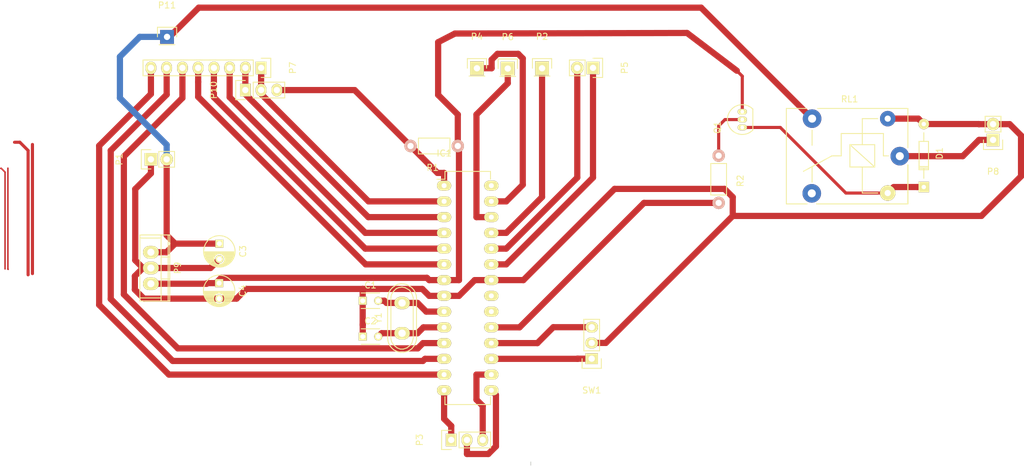
<source format=kicad_pcb>
(kicad_pcb (version 4) (host pcbnew 4.0.4-stable)

  (general
    (links 50)
    (no_connects 0)
    (area 99.224999 67.715 264.820002 144.390953)
    (thickness 1.6)
    (drawings 1)
    (tracks 200)
    (zones 0)
    (modules 23)
    (nets 33)
  )

  (page A4)
  (layers
    (0 F.Cu signal)
    (31 B.Cu signal)
    (32 B.Adhes user)
    (33 F.Adhes user)
    (34 B.Paste user)
    (35 F.Paste user)
    (36 B.SilkS user)
    (37 F.SilkS user)
    (38 B.Mask user)
    (39 F.Mask user)
    (40 Dwgs.User user)
    (41 Cmts.User user)
    (42 Eco1.User user)
    (43 Eco2.User user)
    (44 Edge.Cuts user)
    (45 Margin user)
    (46 B.CrtYd user)
    (47 F.CrtYd user)
    (48 B.Fab user)
    (49 F.Fab user)
  )

  (setup
    (last_trace_width 1)
    (trace_clearance 0.2)
    (zone_clearance 0.508)
    (zone_45_only no)
    (trace_min 0.2)
    (segment_width 0.2)
    (edge_width 0.15)
    (via_size 0.6)
    (via_drill 0.4)
    (via_min_size 0.4)
    (via_min_drill 0.3)
    (uvia_size 0.3)
    (uvia_drill 0.1)
    (uvias_allowed no)
    (uvia_min_size 0.2)
    (uvia_min_drill 0.1)
    (pcb_text_width 0.3)
    (pcb_text_size 1.5 1.5)
    (mod_edge_width 0.15)
    (mod_text_size 1 1)
    (mod_text_width 0.15)
    (pad_size 1.524 1.524)
    (pad_drill 0.762)
    (pad_to_mask_clearance 0.2)
    (aux_axis_origin 0 0)
    (visible_elements FFFFFF7F)
    (pcbplotparams
      (layerselection 0x00030_80000001)
      (usegerberextensions false)
      (excludeedgelayer true)
      (linewidth 0.100000)
      (plotframeref false)
      (viasonmask false)
      (mode 1)
      (useauxorigin false)
      (hpglpennumber 1)
      (hpglpenspeed 20)
      (hpglpendiameter 15)
      (hpglpenoverlay 2)
      (psnegative false)
      (psa4output false)
      (plotreference true)
      (plotvalue true)
      (plotinvisibletext false)
      (padsonsilk false)
      (subtractmaskfromsilk false)
      (outputformat 1)
      (mirror false)
      (drillshape 1)
      (scaleselection 1)
      (outputdirectory ""))
  )

  (net 0 "")
  (net 1 GND)
  (net 2 "Net-(C1-Pad2)")
  (net 3 "Net-(C2-Pad2)")
  (net 4 "Net-(IC1-Pad1)")
  (net 5 "Net-(IC1-Pad2)")
  (net 6 "Net-(IC1-Pad3)")
  (net 7 "Net-(IC1-Pad4)")
  (net 8 "Net-(IC1-Pad5)")
  (net 9 "Net-(IC1-Pad6)")
  (net 10 "Net-(IC1-Pad11)")
  (net 11 "Net-(IC1-Pad12)")
  (net 12 "Net-(IC1-Pad13)")
  (net 13 "Net-(IC1-Pad14)")
  (net 14 "Net-(IC1-Pad15)")
  (net 15 "Net-(IC1-Pad16)")
  (net 16 "Net-(IC1-Pad17)")
  (net 17 "Net-(IC1-Pad18)")
  (net 18 "Net-(IC1-Pad19)")
  (net 19 "Net-(IC1-Pad20)")
  (net 20 "Net-(IC1-Pad21)")
  (net 21 "Net-(IC1-Pad23)")
  (net 22 "Net-(IC1-Pad24)")
  (net 23 "Net-(IC1-Pad25)")
  (net 24 "Net-(IC1-Pad26)")
  (net 25 "Net-(IC1-Pad27)")
  (net 26 "Net-(IC1-Pad28)")
  (net 27 "Net-(P8-Pad1)")
  (net 28 "Net-(C3-Pad1)")
  (net 29 +5V)
  (net 30 "Net-(D1-Pad1)")
  (net 31 "Net-(Q1-Pad2)")
  (net 32 "Net-(RL1-Pad4)")

  (net_class Default "Esta é a classe de net default."
    (clearance 0.2)
    (trace_width 1)
    (via_dia 0.6)
    (via_drill 0.4)
    (uvia_dia 0.3)
    (uvia_drill 0.1)
    (add_net +5V)
    (add_net GND)
    (add_net "Net-(C1-Pad2)")
    (add_net "Net-(C2-Pad2)")
    (add_net "Net-(C3-Pad1)")
    (add_net "Net-(D1-Pad1)")
    (add_net "Net-(IC1-Pad1)")
    (add_net "Net-(IC1-Pad11)")
    (add_net "Net-(IC1-Pad12)")
    (add_net "Net-(IC1-Pad13)")
    (add_net "Net-(IC1-Pad14)")
    (add_net "Net-(IC1-Pad15)")
    (add_net "Net-(IC1-Pad16)")
    (add_net "Net-(IC1-Pad17)")
    (add_net "Net-(IC1-Pad18)")
    (add_net "Net-(IC1-Pad19)")
    (add_net "Net-(IC1-Pad2)")
    (add_net "Net-(IC1-Pad20)")
    (add_net "Net-(IC1-Pad21)")
    (add_net "Net-(IC1-Pad23)")
    (add_net "Net-(IC1-Pad24)")
    (add_net "Net-(IC1-Pad25)")
    (add_net "Net-(IC1-Pad26)")
    (add_net "Net-(IC1-Pad27)")
    (add_net "Net-(IC1-Pad28)")
    (add_net "Net-(IC1-Pad3)")
    (add_net "Net-(IC1-Pad4)")
    (add_net "Net-(IC1-Pad5)")
    (add_net "Net-(IC1-Pad6)")
    (add_net "Net-(P8-Pad1)")
    (add_net "Net-(Q1-Pad2)")
    (add_net "Net-(RL1-Pad4)")
  )

  (module Capacitors_ThroughHole:C_Disc_D3_P2.5 (layer F.Cu) (tedit 0) (tstamp 580D73E6)
    (at 79.7 70.63)
    (descr "Capacitor 3mm Disc, Pitch 2.5mm")
    (tags Capacitor)
    (path /5804532D)
    (fp_text reference C1 (at 1.25 -2.5) (layer F.SilkS)
      (effects (font (size 1 1) (thickness 0.15)))
    )
    (fp_text value 22pF (at 1.25 2.5) (layer F.Fab)
      (effects (font (size 1 1) (thickness 0.15)))
    )
    (fp_line (start -0.9 -1.5) (end 3.4 -1.5) (layer F.CrtYd) (width 0.05))
    (fp_line (start 3.4 -1.5) (end 3.4 1.5) (layer F.CrtYd) (width 0.05))
    (fp_line (start 3.4 1.5) (end -0.9 1.5) (layer F.CrtYd) (width 0.05))
    (fp_line (start -0.9 1.5) (end -0.9 -1.5) (layer F.CrtYd) (width 0.05))
    (fp_line (start -0.25 -1.25) (end 2.75 -1.25) (layer F.SilkS) (width 0.15))
    (fp_line (start 2.75 1.25) (end -0.25 1.25) (layer F.SilkS) (width 0.15))
    (pad 1 thru_hole rect (at 0 0) (size 1.3 1.3) (drill 0.8) (layers *.Cu *.Mask F.SilkS)
      (net 1 GND))
    (pad 2 thru_hole circle (at 2.5 0) (size 1.3 1.3) (drill 0.8001) (layers *.Cu *.Mask F.SilkS)
      (net 2 "Net-(C1-Pad2)"))
    (model Capacitors_ThroughHole.3dshapes/C_Disc_D3_P2.5.wrl
      (at (xyz 0.0492126 0 0))
      (scale (xyz 1 1 1))
      (rotate (xyz 0 0 0))
    )
  )

  (module Capacitors_ThroughHole:C_Disc_D3_P2.5 (layer F.Cu) (tedit 0) (tstamp 580D73EC)
    (at 79.71 76.41)
    (descr "Capacitor 3mm Disc, Pitch 2.5mm")
    (tags Capacitor)
    (path /580452F4)
    (fp_text reference C2 (at 1.25 -2.5) (layer F.SilkS)
      (effects (font (size 1 1) (thickness 0.15)))
    )
    (fp_text value 22pF (at 1.25 2.5) (layer F.Fab)
      (effects (font (size 1 1) (thickness 0.15)))
    )
    (fp_line (start -0.9 -1.5) (end 3.4 -1.5) (layer F.CrtYd) (width 0.05))
    (fp_line (start 3.4 -1.5) (end 3.4 1.5) (layer F.CrtYd) (width 0.05))
    (fp_line (start 3.4 1.5) (end -0.9 1.5) (layer F.CrtYd) (width 0.05))
    (fp_line (start -0.9 1.5) (end -0.9 -1.5) (layer F.CrtYd) (width 0.05))
    (fp_line (start -0.25 -1.25) (end 2.75 -1.25) (layer F.SilkS) (width 0.15))
    (fp_line (start 2.75 1.25) (end -0.25 1.25) (layer F.SilkS) (width 0.15))
    (pad 1 thru_hole rect (at 0 0) (size 1.3 1.3) (drill 0.8) (layers *.Cu *.Mask F.SilkS)
      (net 1 GND))
    (pad 2 thru_hole circle (at 2.5 0) (size 1.3 1.3) (drill 0.8001) (layers *.Cu *.Mask F.SilkS)
      (net 3 "Net-(C2-Pad2)"))
    (model Capacitors_ThroughHole.3dshapes/C_Disc_D3_P2.5.wrl
      (at (xyz 0.0492126 0 0))
      (scale (xyz 1 1 1))
      (rotate (xyz 0 0 0))
    )
  )

  (module Capacitors_ThroughHole:C_Radial_D5_L11_P2.5 (layer F.Cu) (tedit 0) (tstamp 580D73F2)
    (at 56.58 61.42 270)
    (descr "Radial Electrolytic Capacitor Diameter 5mm x Length 11mm, Pitch 2.5mm")
    (tags "Electrolytic Capacitor")
    (path /58098D41)
    (fp_text reference C3 (at 1.25 -3.8 270) (layer F.SilkS)
      (effects (font (size 1 1) (thickness 0.15)))
    )
    (fp_text value 1uF (at 1.25 3.8 270) (layer F.Fab)
      (effects (font (size 1 1) (thickness 0.15)))
    )
    (fp_line (start 1.325 -2.499) (end 1.325 2.499) (layer F.SilkS) (width 0.15))
    (fp_line (start 1.465 -2.491) (end 1.465 2.491) (layer F.SilkS) (width 0.15))
    (fp_line (start 1.605 -2.475) (end 1.605 -0.095) (layer F.SilkS) (width 0.15))
    (fp_line (start 1.605 0.095) (end 1.605 2.475) (layer F.SilkS) (width 0.15))
    (fp_line (start 1.745 -2.451) (end 1.745 -0.49) (layer F.SilkS) (width 0.15))
    (fp_line (start 1.745 0.49) (end 1.745 2.451) (layer F.SilkS) (width 0.15))
    (fp_line (start 1.885 -2.418) (end 1.885 -0.657) (layer F.SilkS) (width 0.15))
    (fp_line (start 1.885 0.657) (end 1.885 2.418) (layer F.SilkS) (width 0.15))
    (fp_line (start 2.025 -2.377) (end 2.025 -0.764) (layer F.SilkS) (width 0.15))
    (fp_line (start 2.025 0.764) (end 2.025 2.377) (layer F.SilkS) (width 0.15))
    (fp_line (start 2.165 -2.327) (end 2.165 -0.835) (layer F.SilkS) (width 0.15))
    (fp_line (start 2.165 0.835) (end 2.165 2.327) (layer F.SilkS) (width 0.15))
    (fp_line (start 2.305 -2.266) (end 2.305 -0.879) (layer F.SilkS) (width 0.15))
    (fp_line (start 2.305 0.879) (end 2.305 2.266) (layer F.SilkS) (width 0.15))
    (fp_line (start 2.445 -2.196) (end 2.445 -0.898) (layer F.SilkS) (width 0.15))
    (fp_line (start 2.445 0.898) (end 2.445 2.196) (layer F.SilkS) (width 0.15))
    (fp_line (start 2.585 -2.114) (end 2.585 -0.896) (layer F.SilkS) (width 0.15))
    (fp_line (start 2.585 0.896) (end 2.585 2.114) (layer F.SilkS) (width 0.15))
    (fp_line (start 2.725 -2.019) (end 2.725 -0.871) (layer F.SilkS) (width 0.15))
    (fp_line (start 2.725 0.871) (end 2.725 2.019) (layer F.SilkS) (width 0.15))
    (fp_line (start 2.865 -1.908) (end 2.865 -0.823) (layer F.SilkS) (width 0.15))
    (fp_line (start 2.865 0.823) (end 2.865 1.908) (layer F.SilkS) (width 0.15))
    (fp_line (start 3.005 -1.78) (end 3.005 -0.745) (layer F.SilkS) (width 0.15))
    (fp_line (start 3.005 0.745) (end 3.005 1.78) (layer F.SilkS) (width 0.15))
    (fp_line (start 3.145 -1.631) (end 3.145 -0.628) (layer F.SilkS) (width 0.15))
    (fp_line (start 3.145 0.628) (end 3.145 1.631) (layer F.SilkS) (width 0.15))
    (fp_line (start 3.285 -1.452) (end 3.285 -0.44) (layer F.SilkS) (width 0.15))
    (fp_line (start 3.285 0.44) (end 3.285 1.452) (layer F.SilkS) (width 0.15))
    (fp_line (start 3.425 -1.233) (end 3.425 1.233) (layer F.SilkS) (width 0.15))
    (fp_line (start 3.565 -0.944) (end 3.565 0.944) (layer F.SilkS) (width 0.15))
    (fp_line (start 3.705 -0.472) (end 3.705 0.472) (layer F.SilkS) (width 0.15))
    (fp_circle (center 2.5 0) (end 2.5 -0.9) (layer F.SilkS) (width 0.15))
    (fp_circle (center 1.25 0) (end 1.25 -2.5375) (layer F.SilkS) (width 0.15))
    (fp_circle (center 1.25 0) (end 1.25 -2.8) (layer F.CrtYd) (width 0.05))
    (pad 1 thru_hole rect (at 0 0 270) (size 1.3 1.3) (drill 0.8) (layers *.Cu *.Mask F.SilkS)
      (net 28 "Net-(C3-Pad1)"))
    (pad 2 thru_hole circle (at 2.5 0 270) (size 1.3 1.3) (drill 0.8) (layers *.Cu *.Mask F.SilkS)
      (net 1 GND))
    (model Capacitors_ThroughHole.3dshapes/C_Radial_D5_L11_P2.5.wrl
      (at (xyz 0.049213 0 0))
      (scale (xyz 1 1 1))
      (rotate (xyz 0 0 90))
    )
  )

  (module Capacitors_ThroughHole:C_Radial_D5_L11_P2.5 (layer F.Cu) (tedit 0) (tstamp 580D73F8)
    (at 56.54 67.79 270)
    (descr "Radial Electrolytic Capacitor Diameter 5mm x Length 11mm, Pitch 2.5mm")
    (tags "Electrolytic Capacitor")
    (path /58098E8D)
    (fp_text reference C4 (at 1.25 -3.8 270) (layer F.SilkS)
      (effects (font (size 1 1) (thickness 0.15)))
    )
    (fp_text value 1uF (at 1.25 3.8 270) (layer F.Fab)
      (effects (font (size 1 1) (thickness 0.15)))
    )
    (fp_line (start 1.325 -2.499) (end 1.325 2.499) (layer F.SilkS) (width 0.15))
    (fp_line (start 1.465 -2.491) (end 1.465 2.491) (layer F.SilkS) (width 0.15))
    (fp_line (start 1.605 -2.475) (end 1.605 -0.095) (layer F.SilkS) (width 0.15))
    (fp_line (start 1.605 0.095) (end 1.605 2.475) (layer F.SilkS) (width 0.15))
    (fp_line (start 1.745 -2.451) (end 1.745 -0.49) (layer F.SilkS) (width 0.15))
    (fp_line (start 1.745 0.49) (end 1.745 2.451) (layer F.SilkS) (width 0.15))
    (fp_line (start 1.885 -2.418) (end 1.885 -0.657) (layer F.SilkS) (width 0.15))
    (fp_line (start 1.885 0.657) (end 1.885 2.418) (layer F.SilkS) (width 0.15))
    (fp_line (start 2.025 -2.377) (end 2.025 -0.764) (layer F.SilkS) (width 0.15))
    (fp_line (start 2.025 0.764) (end 2.025 2.377) (layer F.SilkS) (width 0.15))
    (fp_line (start 2.165 -2.327) (end 2.165 -0.835) (layer F.SilkS) (width 0.15))
    (fp_line (start 2.165 0.835) (end 2.165 2.327) (layer F.SilkS) (width 0.15))
    (fp_line (start 2.305 -2.266) (end 2.305 -0.879) (layer F.SilkS) (width 0.15))
    (fp_line (start 2.305 0.879) (end 2.305 2.266) (layer F.SilkS) (width 0.15))
    (fp_line (start 2.445 -2.196) (end 2.445 -0.898) (layer F.SilkS) (width 0.15))
    (fp_line (start 2.445 0.898) (end 2.445 2.196) (layer F.SilkS) (width 0.15))
    (fp_line (start 2.585 -2.114) (end 2.585 -0.896) (layer F.SilkS) (width 0.15))
    (fp_line (start 2.585 0.896) (end 2.585 2.114) (layer F.SilkS) (width 0.15))
    (fp_line (start 2.725 -2.019) (end 2.725 -0.871) (layer F.SilkS) (width 0.15))
    (fp_line (start 2.725 0.871) (end 2.725 2.019) (layer F.SilkS) (width 0.15))
    (fp_line (start 2.865 -1.908) (end 2.865 -0.823) (layer F.SilkS) (width 0.15))
    (fp_line (start 2.865 0.823) (end 2.865 1.908) (layer F.SilkS) (width 0.15))
    (fp_line (start 3.005 -1.78) (end 3.005 -0.745) (layer F.SilkS) (width 0.15))
    (fp_line (start 3.005 0.745) (end 3.005 1.78) (layer F.SilkS) (width 0.15))
    (fp_line (start 3.145 -1.631) (end 3.145 -0.628) (layer F.SilkS) (width 0.15))
    (fp_line (start 3.145 0.628) (end 3.145 1.631) (layer F.SilkS) (width 0.15))
    (fp_line (start 3.285 -1.452) (end 3.285 -0.44) (layer F.SilkS) (width 0.15))
    (fp_line (start 3.285 0.44) (end 3.285 1.452) (layer F.SilkS) (width 0.15))
    (fp_line (start 3.425 -1.233) (end 3.425 1.233) (layer F.SilkS) (width 0.15))
    (fp_line (start 3.565 -0.944) (end 3.565 0.944) (layer F.SilkS) (width 0.15))
    (fp_line (start 3.705 -0.472) (end 3.705 0.472) (layer F.SilkS) (width 0.15))
    (fp_circle (center 2.5 0) (end 2.5 -0.9) (layer F.SilkS) (width 0.15))
    (fp_circle (center 1.25 0) (end 1.25 -2.5375) (layer F.SilkS) (width 0.15))
    (fp_circle (center 1.25 0) (end 1.25 -2.8) (layer F.CrtYd) (width 0.05))
    (pad 1 thru_hole rect (at 0 0 270) (size 1.3 1.3) (drill 0.8) (layers *.Cu *.Mask F.SilkS)
      (net 29 +5V))
    (pad 2 thru_hole circle (at 2.5 0 270) (size 1.3 1.3) (drill 0.8) (layers *.Cu *.Mask F.SilkS)
      (net 1 GND))
    (model Capacitors_ThroughHole.3dshapes/C_Radial_D5_L11_P2.5.wrl
      (at (xyz 0.049213 0 0))
      (scale (xyz 1 1 1))
      (rotate (xyz 0 0 90))
    )
  )

  (module Diodes_ThroughHole:Diode_DO-35_SOD27_Horizontal_RM10 (layer F.Cu) (tedit 552FFC30) (tstamp 580D73FE)
    (at 170.21 52.29 90)
    (descr "Diode, DO-35,  SOD27, Horizontal, RM 10mm")
    (tags "Diode, DO-35, SOD27, Horizontal, RM 10mm, 1N4148,")
    (path /580D85FF)
    (fp_text reference D1 (at 5.43052 2.53746 90) (layer F.SilkS)
      (effects (font (size 1 1) (thickness 0.15)))
    )
    (fp_text value D (at 4.41452 -3.55854 90) (layer F.Fab)
      (effects (font (size 1 1) (thickness 0.15)))
    )
    (fp_line (start 7.36652 -0.00254) (end 8.76352 -0.00254) (layer F.SilkS) (width 0.15))
    (fp_line (start 2.92152 -0.00254) (end 1.39752 -0.00254) (layer F.SilkS) (width 0.15))
    (fp_line (start 3.30252 -0.76454) (end 3.30252 0.75946) (layer F.SilkS) (width 0.15))
    (fp_line (start 3.04852 -0.76454) (end 3.04852 0.75946) (layer F.SilkS) (width 0.15))
    (fp_line (start 2.79452 -0.00254) (end 2.79452 0.75946) (layer F.SilkS) (width 0.15))
    (fp_line (start 2.79452 0.75946) (end 7.36652 0.75946) (layer F.SilkS) (width 0.15))
    (fp_line (start 7.36652 0.75946) (end 7.36652 -0.76454) (layer F.SilkS) (width 0.15))
    (fp_line (start 7.36652 -0.76454) (end 2.79452 -0.76454) (layer F.SilkS) (width 0.15))
    (fp_line (start 2.79452 -0.76454) (end 2.79452 -0.00254) (layer F.SilkS) (width 0.15))
    (pad 2 thru_hole circle (at 10.16052 -0.00254 270) (size 1.69926 1.69926) (drill 0.70104) (layers *.Cu *.Mask F.SilkS)
      (net 1 GND))
    (pad 1 thru_hole rect (at 0.00052 -0.00254 270) (size 1.69926 1.69926) (drill 0.70104) (layers *.Cu *.Mask F.SilkS)
      (net 30 "Net-(D1-Pad1)"))
    (model Diodes_ThroughHole.3dshapes/Diode_DO-35_SOD27_Horizontal_RM10.wrl
      (at (xyz 0.2 0 0))
      (scale (xyz 0.4 0.4 0.4))
      (rotate (xyz 0 0 180))
    )
  )

  (module Housings_DIP:DIP-28_W7.62mm_LongPads (layer F.Cu) (tedit 54130A77) (tstamp 580D741E)
    (at 92.83 52.065)
    (descr "28-lead dip package, row spacing 7.62 mm (300 mils), longer pads")
    (tags "dil dip 2.54 300")
    (path /58044838)
    (fp_text reference IC1 (at 0 -5.22) (layer F.SilkS)
      (effects (font (size 1 1) (thickness 0.15)))
    )
    (fp_text value ATMEGA328P-P (at 0 -3.72) (layer F.Fab)
      (effects (font (size 1 1) (thickness 0.15)))
    )
    (fp_line (start -1.4 -2.45) (end -1.4 35.5) (layer F.CrtYd) (width 0.05))
    (fp_line (start 9 -2.45) (end 9 35.5) (layer F.CrtYd) (width 0.05))
    (fp_line (start -1.4 -2.45) (end 9 -2.45) (layer F.CrtYd) (width 0.05))
    (fp_line (start -1.4 35.5) (end 9 35.5) (layer F.CrtYd) (width 0.05))
    (fp_line (start 0.135 -2.295) (end 0.135 -1.025) (layer F.SilkS) (width 0.15))
    (fp_line (start 7.485 -2.295) (end 7.485 -1.025) (layer F.SilkS) (width 0.15))
    (fp_line (start 7.485 35.315) (end 7.485 34.045) (layer F.SilkS) (width 0.15))
    (fp_line (start 0.135 35.315) (end 0.135 34.045) (layer F.SilkS) (width 0.15))
    (fp_line (start 0.135 -2.295) (end 7.485 -2.295) (layer F.SilkS) (width 0.15))
    (fp_line (start 0.135 35.315) (end 7.485 35.315) (layer F.SilkS) (width 0.15))
    (fp_line (start 0.135 -1.025) (end -1.15 -1.025) (layer F.SilkS) (width 0.15))
    (pad 1 thru_hole oval (at 0 0) (size 2.3 1.6) (drill 0.8) (layers *.Cu *.Mask F.SilkS)
      (net 4 "Net-(IC1-Pad1)"))
    (pad 2 thru_hole oval (at 0 2.54) (size 2.3 1.6) (drill 0.8) (layers *.Cu *.Mask F.SilkS)
      (net 5 "Net-(IC1-Pad2)"))
    (pad 3 thru_hole oval (at 0 5.08) (size 2.3 1.6) (drill 0.8) (layers *.Cu *.Mask F.SilkS)
      (net 6 "Net-(IC1-Pad3)"))
    (pad 4 thru_hole oval (at 0 7.62) (size 2.3 1.6) (drill 0.8) (layers *.Cu *.Mask F.SilkS)
      (net 7 "Net-(IC1-Pad4)"))
    (pad 5 thru_hole oval (at 0 10.16) (size 2.3 1.6) (drill 0.8) (layers *.Cu *.Mask F.SilkS)
      (net 8 "Net-(IC1-Pad5)"))
    (pad 6 thru_hole oval (at 0 12.7) (size 2.3 1.6) (drill 0.8) (layers *.Cu *.Mask F.SilkS)
      (net 9 "Net-(IC1-Pad6)"))
    (pad 7 thru_hole oval (at 0 15.24) (size 2.3 1.6) (drill 0.8) (layers *.Cu *.Mask F.SilkS)
      (net 29 +5V))
    (pad 8 thru_hole oval (at 0 17.78) (size 2.3 1.6) (drill 0.8) (layers *.Cu *.Mask F.SilkS)
      (net 1 GND))
    (pad 9 thru_hole oval (at 0 20.32) (size 2.3 1.6) (drill 0.8) (layers *.Cu *.Mask F.SilkS)
      (net 2 "Net-(C1-Pad2)"))
    (pad 10 thru_hole oval (at 0 22.86) (size 2.3 1.6) (drill 0.8) (layers *.Cu *.Mask F.SilkS)
      (net 3 "Net-(C2-Pad2)"))
    (pad 11 thru_hole oval (at 0 25.4) (size 2.3 1.6) (drill 0.8) (layers *.Cu *.Mask F.SilkS)
      (net 10 "Net-(IC1-Pad11)"))
    (pad 12 thru_hole oval (at 0 27.94) (size 2.3 1.6) (drill 0.8) (layers *.Cu *.Mask F.SilkS)
      (net 11 "Net-(IC1-Pad12)"))
    (pad 13 thru_hole oval (at 0 30.48) (size 2.3 1.6) (drill 0.8) (layers *.Cu *.Mask F.SilkS)
      (net 12 "Net-(IC1-Pad13)"))
    (pad 14 thru_hole oval (at 0 33.02) (size 2.3 1.6) (drill 0.8) (layers *.Cu *.Mask F.SilkS)
      (net 13 "Net-(IC1-Pad14)"))
    (pad 15 thru_hole oval (at 7.62 33.02) (size 2.3 1.6) (drill 0.8) (layers *.Cu *.Mask F.SilkS)
      (net 14 "Net-(IC1-Pad15)"))
    (pad 16 thru_hole oval (at 7.62 30.48) (size 2.3 1.6) (drill 0.8) (layers *.Cu *.Mask F.SilkS)
      (net 15 "Net-(IC1-Pad16)"))
    (pad 17 thru_hole oval (at 7.62 27.94) (size 2.3 1.6) (drill 0.8) (layers *.Cu *.Mask F.SilkS)
      (net 16 "Net-(IC1-Pad17)"))
    (pad 18 thru_hole oval (at 7.62 25.4) (size 2.3 1.6) (drill 0.8) (layers *.Cu *.Mask F.SilkS)
      (net 17 "Net-(IC1-Pad18)"))
    (pad 19 thru_hole oval (at 7.62 22.86) (size 2.3 1.6) (drill 0.8) (layers *.Cu *.Mask F.SilkS)
      (net 18 "Net-(IC1-Pad19)"))
    (pad 20 thru_hole oval (at 7.62 20.32) (size 2.3 1.6) (drill 0.8) (layers *.Cu *.Mask F.SilkS)
      (net 19 "Net-(IC1-Pad20)"))
    (pad 21 thru_hole oval (at 7.62 17.78) (size 2.3 1.6) (drill 0.8) (layers *.Cu *.Mask F.SilkS)
      (net 20 "Net-(IC1-Pad21)"))
    (pad 22 thru_hole oval (at 7.62 15.24) (size 2.3 1.6) (drill 0.8) (layers *.Cu *.Mask F.SilkS)
      (net 1 GND))
    (pad 23 thru_hole oval (at 7.62 12.7) (size 2.3 1.6) (drill 0.8) (layers *.Cu *.Mask F.SilkS)
      (net 21 "Net-(IC1-Pad23)"))
    (pad 24 thru_hole oval (at 7.62 10.16) (size 2.3 1.6) (drill 0.8) (layers *.Cu *.Mask F.SilkS)
      (net 22 "Net-(IC1-Pad24)"))
    (pad 25 thru_hole oval (at 7.62 7.62) (size 2.3 1.6) (drill 0.8) (layers *.Cu *.Mask F.SilkS)
      (net 23 "Net-(IC1-Pad25)"))
    (pad 26 thru_hole oval (at 7.62 5.08) (size 2.3 1.6) (drill 0.8) (layers *.Cu *.Mask F.SilkS)
      (net 24 "Net-(IC1-Pad26)"))
    (pad 27 thru_hole oval (at 7.62 2.54) (size 2.3 1.6) (drill 0.8) (layers *.Cu *.Mask F.SilkS)
      (net 25 "Net-(IC1-Pad27)"))
    (pad 28 thru_hole oval (at 7.62 0) (size 2.3 1.6) (drill 0.8) (layers *.Cu *.Mask F.SilkS)
      (net 26 "Net-(IC1-Pad28)"))
    (model Housings_DIP.3dshapes/DIP-28_W7.62mm_LongPads.wrl
      (at (xyz 0 0 0))
      (scale (xyz 1 1 1))
      (rotate (xyz 0 0 0))
    )
  )

  (module Pin_Headers:Pin_Header_Straight_1x02 (layer F.Cu) (tedit 54EA090C) (tstamp 580D7424)
    (at 45.54 47.82 90)
    (descr "Through hole pin header")
    (tags "pin header")
    (path /5804579A)
    (fp_text reference P1 (at 0 -5.1 90) (layer F.SilkS)
      (effects (font (size 1 1) (thickness 0.15)))
    )
    (fp_text value "INPUT VOTAGE" (at 0 -3.1 90) (layer F.Fab)
      (effects (font (size 1 1) (thickness 0.15)))
    )
    (fp_line (start 1.27 1.27) (end 1.27 3.81) (layer F.SilkS) (width 0.15))
    (fp_line (start 1.55 -1.55) (end 1.55 0) (layer F.SilkS) (width 0.15))
    (fp_line (start -1.75 -1.75) (end -1.75 4.3) (layer F.CrtYd) (width 0.05))
    (fp_line (start 1.75 -1.75) (end 1.75 4.3) (layer F.CrtYd) (width 0.05))
    (fp_line (start -1.75 -1.75) (end 1.75 -1.75) (layer F.CrtYd) (width 0.05))
    (fp_line (start -1.75 4.3) (end 1.75 4.3) (layer F.CrtYd) (width 0.05))
    (fp_line (start 1.27 1.27) (end -1.27 1.27) (layer F.SilkS) (width 0.15))
    (fp_line (start -1.55 0) (end -1.55 -1.55) (layer F.SilkS) (width 0.15))
    (fp_line (start -1.55 -1.55) (end 1.55 -1.55) (layer F.SilkS) (width 0.15))
    (fp_line (start -1.27 1.27) (end -1.27 3.81) (layer F.SilkS) (width 0.15))
    (fp_line (start -1.27 3.81) (end 1.27 3.81) (layer F.SilkS) (width 0.15))
    (pad 1 thru_hole rect (at 0 0 90) (size 2.032 2.032) (drill 1.016) (layers *.Cu *.Mask F.SilkS)
      (net 1 GND))
    (pad 2 thru_hole oval (at 0 2.54 90) (size 2.032 2.032) (drill 1.016) (layers *.Cu *.Mask F.SilkS)
      (net 28 "Net-(C3-Pad1)"))
    (model Pin_Headers.3dshapes/Pin_Header_Straight_1x02.wrl
      (at (xyz 0 -0.05 0))
      (scale (xyz 1 1 1))
      (rotate (xyz 0 0 90))
    )
  )

  (module Pin_Headers:Pin_Header_Straight_1x01 (layer F.Cu) (tedit 54EA08DC) (tstamp 580D7429)
    (at 108.63 33.13)
    (descr "Through hole pin header")
    (tags "pin header")
    (path /58095347)
    (fp_text reference P2 (at 0 -5.1) (layer F.SilkS)
      (effects (font (size 1 1) (thickness 0.15)))
    )
    (fp_text value ADJUST (at 0 -3.1) (layer F.Fab)
      (effects (font (size 1 1) (thickness 0.15)))
    )
    (fp_line (start 1.55 -1.55) (end 1.55 0) (layer F.SilkS) (width 0.15))
    (fp_line (start -1.75 -1.75) (end -1.75 1.75) (layer F.CrtYd) (width 0.05))
    (fp_line (start 1.75 -1.75) (end 1.75 1.75) (layer F.CrtYd) (width 0.05))
    (fp_line (start -1.75 -1.75) (end 1.75 -1.75) (layer F.CrtYd) (width 0.05))
    (fp_line (start -1.75 1.75) (end 1.75 1.75) (layer F.CrtYd) (width 0.05))
    (fp_line (start -1.55 0) (end -1.55 -1.55) (layer F.SilkS) (width 0.15))
    (fp_line (start -1.55 -1.55) (end 1.55 -1.55) (layer F.SilkS) (width 0.15))
    (fp_line (start -1.27 1.27) (end 1.27 1.27) (layer F.SilkS) (width 0.15))
    (pad 1 thru_hole rect (at 0 0) (size 2.2352 2.2352) (drill 1.016) (layers *.Cu *.Mask F.SilkS)
      (net 23 "Net-(IC1-Pad25)"))
    (model Pin_Headers.3dshapes/Pin_Header_Straight_1x01.wrl
      (at (xyz 0 0 0))
      (scale (xyz 1 1 1))
      (rotate (xyz 0 0 90))
    )
  )

  (module Pin_Headers:Pin_Header_Straight_1x03 (layer F.Cu) (tedit 0) (tstamp 580D7430)
    (at 93.98 93.09 90)
    (descr "Through hole pin header")
    (tags "pin header")
    (path /5804548D)
    (fp_text reference P3 (at 0 -5.1 90) (layer F.SilkS)
      (effects (font (size 1 1) (thickness 0.15)))
    )
    (fp_text value "LATCH ENABLE" (at 0 -3.1 90) (layer F.Fab)
      (effects (font (size 1 1) (thickness 0.15)))
    )
    (fp_line (start -1.75 -1.75) (end -1.75 6.85) (layer F.CrtYd) (width 0.05))
    (fp_line (start 1.75 -1.75) (end 1.75 6.85) (layer F.CrtYd) (width 0.05))
    (fp_line (start -1.75 -1.75) (end 1.75 -1.75) (layer F.CrtYd) (width 0.05))
    (fp_line (start -1.75 6.85) (end 1.75 6.85) (layer F.CrtYd) (width 0.05))
    (fp_line (start -1.27 1.27) (end -1.27 6.35) (layer F.SilkS) (width 0.15))
    (fp_line (start -1.27 6.35) (end 1.27 6.35) (layer F.SilkS) (width 0.15))
    (fp_line (start 1.27 6.35) (end 1.27 1.27) (layer F.SilkS) (width 0.15))
    (fp_line (start 1.55 -1.55) (end 1.55 0) (layer F.SilkS) (width 0.15))
    (fp_line (start 1.27 1.27) (end -1.27 1.27) (layer F.SilkS) (width 0.15))
    (fp_line (start -1.55 0) (end -1.55 -1.55) (layer F.SilkS) (width 0.15))
    (fp_line (start -1.55 -1.55) (end 1.55 -1.55) (layer F.SilkS) (width 0.15))
    (pad 1 thru_hole rect (at 0 0 90) (size 2.032 1.7272) (drill 1.016) (layers *.Cu *.Mask F.SilkS)
      (net 13 "Net-(IC1-Pad14)"))
    (pad 2 thru_hole oval (at 0 2.54 90) (size 2.032 1.7272) (drill 1.016) (layers *.Cu *.Mask F.SilkS)
      (net 14 "Net-(IC1-Pad15)"))
    (pad 3 thru_hole oval (at 0 5.08 90) (size 2.032 1.7272) (drill 1.016) (layers *.Cu *.Mask F.SilkS)
      (net 15 "Net-(IC1-Pad16)"))
    (model Pin_Headers.3dshapes/Pin_Header_Straight_1x03.wrl
      (at (xyz 0 -0.1 0))
      (scale (xyz 1 1 1))
      (rotate (xyz 0 0 90))
    )
  )

  (module Pin_Headers:Pin_Header_Straight_1x01 (layer F.Cu) (tedit 54EA08DC) (tstamp 580D7435)
    (at 98.13 33.13)
    (descr "Through hole pin header")
    (tags "pin header")
    (path /58095839)
    (fp_text reference P4 (at 0 -5.1) (layer F.SilkS)
      (effects (font (size 1 1) (thickness 0.15)))
    )
    (fp_text value DATE (at 0 -3.1) (layer F.Fab)
      (effects (font (size 1 1) (thickness 0.15)))
    )
    (fp_line (start 1.55 -1.55) (end 1.55 0) (layer F.SilkS) (width 0.15))
    (fp_line (start -1.75 -1.75) (end -1.75 1.75) (layer F.CrtYd) (width 0.05))
    (fp_line (start 1.75 -1.75) (end 1.75 1.75) (layer F.CrtYd) (width 0.05))
    (fp_line (start -1.75 -1.75) (end 1.75 -1.75) (layer F.CrtYd) (width 0.05))
    (fp_line (start -1.75 1.75) (end 1.75 1.75) (layer F.CrtYd) (width 0.05))
    (fp_line (start -1.55 0) (end -1.55 -1.55) (layer F.SilkS) (width 0.15))
    (fp_line (start -1.55 -1.55) (end 1.55 -1.55) (layer F.SilkS) (width 0.15))
    (fp_line (start -1.27 1.27) (end 1.27 1.27) (layer F.SilkS) (width 0.15))
    (pad 1 thru_hole rect (at 0 0) (size 2.2352 2.2352) (drill 1.016) (layers *.Cu *.Mask F.SilkS)
      (net 25 "Net-(IC1-Pad27)"))
    (model Pin_Headers.3dshapes/Pin_Header_Straight_1x01.wrl
      (at (xyz 0 0 0))
      (scale (xyz 1 1 1))
      (rotate (xyz 0 0 90))
    )
  )

  (module Pin_Headers:Pin_Header_Straight_1x02 (layer F.Cu) (tedit 54EA090C) (tstamp 580D743B)
    (at 116.85 33.07 270)
    (descr "Through hole pin header")
    (tags "pin header")
    (path /58094FAD)
    (fp_text reference P5 (at 0 -5.1 270) (layer F.SilkS)
      (effects (font (size 1 1) (thickness 0.15)))
    )
    (fp_text value "H_M_S SELECTOR" (at 0 -3.1 270) (layer F.Fab)
      (effects (font (size 1 1) (thickness 0.15)))
    )
    (fp_line (start 1.27 1.27) (end 1.27 3.81) (layer F.SilkS) (width 0.15))
    (fp_line (start 1.55 -1.55) (end 1.55 0) (layer F.SilkS) (width 0.15))
    (fp_line (start -1.75 -1.75) (end -1.75 4.3) (layer F.CrtYd) (width 0.05))
    (fp_line (start 1.75 -1.75) (end 1.75 4.3) (layer F.CrtYd) (width 0.05))
    (fp_line (start -1.75 -1.75) (end 1.75 -1.75) (layer F.CrtYd) (width 0.05))
    (fp_line (start -1.75 4.3) (end 1.75 4.3) (layer F.CrtYd) (width 0.05))
    (fp_line (start 1.27 1.27) (end -1.27 1.27) (layer F.SilkS) (width 0.15))
    (fp_line (start -1.55 0) (end -1.55 -1.55) (layer F.SilkS) (width 0.15))
    (fp_line (start -1.55 -1.55) (end 1.55 -1.55) (layer F.SilkS) (width 0.15))
    (fp_line (start -1.27 1.27) (end -1.27 3.81) (layer F.SilkS) (width 0.15))
    (fp_line (start -1.27 3.81) (end 1.27 3.81) (layer F.SilkS) (width 0.15))
    (pad 1 thru_hole rect (at 0 0 270) (size 2.032 2.032) (drill 1.016) (layers *.Cu *.Mask F.SilkS)
      (net 21 "Net-(IC1-Pad23)"))
    (pad 2 thru_hole oval (at 0 2.54 270) (size 2.032 2.032) (drill 1.016) (layers *.Cu *.Mask F.SilkS)
      (net 22 "Net-(IC1-Pad24)"))
    (model Pin_Headers.3dshapes/Pin_Header_Straight_1x02.wrl
      (at (xyz 0 -0.05 0))
      (scale (xyz 1 1 1))
      (rotate (xyz 0 0 90))
    )
  )

  (module Pin_Headers:Pin_Header_Straight_1x01 (layer F.Cu) (tedit 54EA08DC) (tstamp 580D7440)
    (at 103.1 33.18)
    (descr "Through hole pin header")
    (tags "pin header")
    (path /58095710)
    (fp_text reference P6 (at 0 -5.1) (layer F.SilkS)
      (effects (font (size 1 1) (thickness 0.15)))
    )
    (fp_text value SOUND (at 0 -3.1) (layer F.Fab)
      (effects (font (size 1 1) (thickness 0.15)))
    )
    (fp_line (start 1.55 -1.55) (end 1.55 0) (layer F.SilkS) (width 0.15))
    (fp_line (start -1.75 -1.75) (end -1.75 1.75) (layer F.CrtYd) (width 0.05))
    (fp_line (start 1.75 -1.75) (end 1.75 1.75) (layer F.CrtYd) (width 0.05))
    (fp_line (start -1.75 -1.75) (end 1.75 -1.75) (layer F.CrtYd) (width 0.05))
    (fp_line (start -1.75 1.75) (end 1.75 1.75) (layer F.CrtYd) (width 0.05))
    (fp_line (start -1.55 0) (end -1.55 -1.55) (layer F.SilkS) (width 0.15))
    (fp_line (start -1.55 -1.55) (end 1.55 -1.55) (layer F.SilkS) (width 0.15))
    (fp_line (start -1.27 1.27) (end 1.27 1.27) (layer F.SilkS) (width 0.15))
    (pad 1 thru_hole rect (at 0 0) (size 2.2352 2.2352) (drill 1.016) (layers *.Cu *.Mask F.SilkS)
      (net 24 "Net-(IC1-Pad26)"))
    (model Pin_Headers.3dshapes/Pin_Header_Straight_1x01.wrl
      (at (xyz 0 0 0))
      (scale (xyz 1 1 1))
      (rotate (xyz 0 0 90))
    )
  )

  (module Pin_Headers:Pin_Header_Straight_1x08 (layer F.Cu) (tedit 0) (tstamp 580D744C)
    (at 63.32 33.07 270)
    (descr "Through hole pin header")
    (tags "pin header")
    (path /58045437)
    (fp_text reference P7 (at 0 -5.1 270) (layer F.SilkS)
      (effects (font (size 1 1) (thickness 0.15)))
    )
    (fp_text value DATA (at 0 -3.1 270) (layer F.Fab)
      (effects (font (size 1 1) (thickness 0.15)))
    )
    (fp_line (start -1.75 -1.75) (end -1.75 19.55) (layer F.CrtYd) (width 0.05))
    (fp_line (start 1.75 -1.75) (end 1.75 19.55) (layer F.CrtYd) (width 0.05))
    (fp_line (start -1.75 -1.75) (end 1.75 -1.75) (layer F.CrtYd) (width 0.05))
    (fp_line (start -1.75 19.55) (end 1.75 19.55) (layer F.CrtYd) (width 0.05))
    (fp_line (start 1.27 1.27) (end 1.27 19.05) (layer F.SilkS) (width 0.15))
    (fp_line (start 1.27 19.05) (end -1.27 19.05) (layer F.SilkS) (width 0.15))
    (fp_line (start -1.27 19.05) (end -1.27 1.27) (layer F.SilkS) (width 0.15))
    (fp_line (start 1.55 -1.55) (end 1.55 0) (layer F.SilkS) (width 0.15))
    (fp_line (start 1.27 1.27) (end -1.27 1.27) (layer F.SilkS) (width 0.15))
    (fp_line (start -1.55 0) (end -1.55 -1.55) (layer F.SilkS) (width 0.15))
    (fp_line (start -1.55 -1.55) (end 1.55 -1.55) (layer F.SilkS) (width 0.15))
    (pad 1 thru_hole rect (at 0 0 270) (size 2.032 1.7272) (drill 1.016) (layers *.Cu *.Mask F.SilkS)
      (net 5 "Net-(IC1-Pad2)"))
    (pad 2 thru_hole oval (at 0 2.54 270) (size 2.032 1.7272) (drill 1.016) (layers *.Cu *.Mask F.SilkS)
      (net 6 "Net-(IC1-Pad3)"))
    (pad 3 thru_hole oval (at 0 5.08 270) (size 2.032 1.7272) (drill 1.016) (layers *.Cu *.Mask F.SilkS)
      (net 7 "Net-(IC1-Pad4)"))
    (pad 4 thru_hole oval (at 0 7.62 270) (size 2.032 1.7272) (drill 1.016) (layers *.Cu *.Mask F.SilkS)
      (net 8 "Net-(IC1-Pad5)"))
    (pad 5 thru_hole oval (at 0 10.16 270) (size 2.032 1.7272) (drill 1.016) (layers *.Cu *.Mask F.SilkS)
      (net 9 "Net-(IC1-Pad6)"))
    (pad 6 thru_hole oval (at 0 12.7 270) (size 2.032 1.7272) (drill 1.016) (layers *.Cu *.Mask F.SilkS)
      (net 10 "Net-(IC1-Pad11)"))
    (pad 7 thru_hole oval (at 0 15.24 270) (size 2.032 1.7272) (drill 1.016) (layers *.Cu *.Mask F.SilkS)
      (net 11 "Net-(IC1-Pad12)"))
    (pad 8 thru_hole oval (at 0 17.78 270) (size 2.032 1.7272) (drill 1.016) (layers *.Cu *.Mask F.SilkS)
      (net 12 "Net-(IC1-Pad13)"))
    (model Pin_Headers.3dshapes/Pin_Header_Straight_1x08.wrl
      (at (xyz 0 -0.35 0))
      (scale (xyz 1 1 1))
      (rotate (xyz 0 0 90))
    )
  )

  (module Pin_Headers:Pin_Header_Straight_1x02 (layer F.Cu) (tedit 54EA090C) (tstamp 580D7452)
    (at 181.38 44.69 180)
    (descr "Through hole pin header")
    (tags "pin header")
    (path /58045561)
    (fp_text reference P8 (at 0 -5.1 180) (layer F.SilkS)
      (effects (font (size 1 1) (thickness 0.15)))
    )
    (fp_text value "DISPLAY PSU" (at 0 -3.1 180) (layer F.Fab)
      (effects (font (size 1 1) (thickness 0.15)))
    )
    (fp_line (start 1.27 1.27) (end 1.27 3.81) (layer F.SilkS) (width 0.15))
    (fp_line (start 1.55 -1.55) (end 1.55 0) (layer F.SilkS) (width 0.15))
    (fp_line (start -1.75 -1.75) (end -1.75 4.3) (layer F.CrtYd) (width 0.05))
    (fp_line (start 1.75 -1.75) (end 1.75 4.3) (layer F.CrtYd) (width 0.05))
    (fp_line (start -1.75 -1.75) (end 1.75 -1.75) (layer F.CrtYd) (width 0.05))
    (fp_line (start -1.75 4.3) (end 1.75 4.3) (layer F.CrtYd) (width 0.05))
    (fp_line (start 1.27 1.27) (end -1.27 1.27) (layer F.SilkS) (width 0.15))
    (fp_line (start -1.55 0) (end -1.55 -1.55) (layer F.SilkS) (width 0.15))
    (fp_line (start -1.55 -1.55) (end 1.55 -1.55) (layer F.SilkS) (width 0.15))
    (fp_line (start -1.27 1.27) (end -1.27 3.81) (layer F.SilkS) (width 0.15))
    (fp_line (start -1.27 3.81) (end 1.27 3.81) (layer F.SilkS) (width 0.15))
    (pad 1 thru_hole rect (at 0 0 180) (size 2.032 2.032) (drill 1.016) (layers *.Cu *.Mask F.SilkS)
      (net 27 "Net-(P8-Pad1)"))
    (pad 2 thru_hole oval (at 0 2.54 180) (size 2.032 2.032) (drill 1.016) (layers *.Cu *.Mask F.SilkS)
      (net 1 GND))
    (model Pin_Headers.3dshapes/Pin_Header_Straight_1x02.wrl
      (at (xyz 0 -0.05 0))
      (scale (xyz 1 1 1))
      (rotate (xyz 0 0 90))
    )
  )

  (module Power_Integrations:TO-220 (layer F.Cu) (tedit 0) (tstamp 580D7459)
    (at 45.53 65.35 270)
    (descr "Non Isolated JEDEC TO-220 Package")
    (tags "Power Integration YN Package")
    (path /58095913)
    (fp_text reference P9 (at 0 -4.318 270) (layer F.SilkS)
      (effects (font (size 1 1) (thickness 0.15)))
    )
    (fp_text value 7805 (at 0 -4.318 270) (layer F.Fab)
      (effects (font (size 1 1) (thickness 0.15)))
    )
    (fp_line (start 4.826 -1.651) (end 4.826 1.778) (layer F.SilkS) (width 0.15))
    (fp_line (start -4.826 -1.651) (end -4.826 1.778) (layer F.SilkS) (width 0.15))
    (fp_line (start 5.334 -2.794) (end -5.334 -2.794) (layer F.SilkS) (width 0.15))
    (fp_line (start 1.778 -1.778) (end 1.778 -3.048) (layer F.SilkS) (width 0.15))
    (fp_line (start -1.778 -1.778) (end -1.778 -3.048) (layer F.SilkS) (width 0.15))
    (fp_line (start -5.334 -1.651) (end 5.334 -1.651) (layer F.SilkS) (width 0.15))
    (fp_line (start 5.334 1.778) (end -5.334 1.778) (layer F.SilkS) (width 0.15))
    (fp_line (start -5.334 -3.048) (end -5.334 1.778) (layer F.SilkS) (width 0.15))
    (fp_line (start 5.334 -3.048) (end 5.334 1.778) (layer F.SilkS) (width 0.15))
    (fp_line (start 5.334 -3.048) (end -5.334 -3.048) (layer F.SilkS) (width 0.15))
    (pad 2 thru_hole oval (at 0 0 270) (size 2.032 2.54) (drill 1.143) (layers *.Cu *.Mask F.SilkS)
      (net 1 GND))
    (pad 3 thru_hole oval (at 2.54 0 270) (size 2.032 2.54) (drill 1.143) (layers *.Cu *.Mask F.SilkS)
      (net 29 +5V))
    (pad 1 thru_hole oval (at -2.54 0 270) (size 2.032 2.54) (drill 1.143) (layers *.Cu *.Mask F.SilkS)
      (net 28 "Net-(C3-Pad1)"))
  )

  (module TO_SOT_Packages_THT:TO-92_Inline_Narrow_Oval (layer F.Cu) (tedit 54F24281) (tstamp 580D7460)
    (at 140.93 42.68 90)
    (descr "TO-92 leads in-line, narrow, oval pads, drill 0.6mm (see NXP sot054_po.pdf)")
    (tags "to-92 sc-43 sc-43a sot54 PA33 transistor")
    (path /580D7338)
    (fp_text reference Q1 (at 0 -4 90) (layer F.SilkS)
      (effects (font (size 1 1) (thickness 0.15)))
    )
    (fp_text value BC557 (at 0 3 90) (layer F.Fab)
      (effects (font (size 1 1) (thickness 0.15)))
    )
    (fp_line (start -1.4 1.95) (end -1.4 -2.65) (layer F.CrtYd) (width 0.05))
    (fp_line (start -1.4 1.95) (end 3.95 1.95) (layer F.CrtYd) (width 0.05))
    (fp_line (start -0.43 1.7) (end 2.97 1.7) (layer F.SilkS) (width 0.15))
    (fp_arc (start 1.27 0) (end 1.27 -2.4) (angle -135) (layer F.SilkS) (width 0.15))
    (fp_arc (start 1.27 0) (end 1.27 -2.4) (angle 135) (layer F.SilkS) (width 0.15))
    (fp_line (start -1.4 -2.65) (end 3.95 -2.65) (layer F.CrtYd) (width 0.05))
    (fp_line (start 3.95 1.95) (end 3.95 -2.65) (layer F.CrtYd) (width 0.05))
    (pad 2 thru_hole oval (at 1.27 0 270) (size 0.89916 1.50114) (drill 0.6) (layers *.Cu *.Mask F.SilkS)
      (net 31 "Net-(Q1-Pad2)"))
    (pad 3 thru_hole oval (at 2.54 0 270) (size 0.89916 1.50114) (drill 0.6) (layers *.Cu *.Mask F.SilkS)
      (net 29 +5V))
    (pad 1 thru_hole oval (at 0 0 270) (size 0.89916 1.50114) (drill 0.6) (layers *.Cu *.Mask F.SilkS)
      (net 30 "Net-(D1-Pad1)"))
    (model TO_SOT_Packages_THT.3dshapes/TO-92_Inline_Narrow_Oval.wrl
      (at (xyz 0.05 0 0))
      (scale (xyz 1 1 1))
      (rotate (xyz 0 0 -90))
    )
  )

  (module Resistors_ThroughHole:Resistor_Horizontal_RM7mm (layer F.Cu) (tedit 569FCF07) (tstamp 580D7466)
    (at 95.04 45.67 180)
    (descr "Resistor, Axial,  RM 7.62mm, 1/3W,")
    (tags "Resistor Axial RM 7.62mm 1/3W R3")
    (path /580825A5)
    (fp_text reference R1 (at 4.05892 -3.50012 180) (layer F.SilkS)
      (effects (font (size 1 1) (thickness 0.15)))
    )
    (fp_text value 12k (at 3.81 3.81 180) (layer F.Fab)
      (effects (font (size 1 1) (thickness 0.15)))
    )
    (fp_line (start -1.25 -1.5) (end 8.85 -1.5) (layer F.CrtYd) (width 0.05))
    (fp_line (start -1.25 1.5) (end -1.25 -1.5) (layer F.CrtYd) (width 0.05))
    (fp_line (start 8.85 -1.5) (end 8.85 1.5) (layer F.CrtYd) (width 0.05))
    (fp_line (start -1.25 1.5) (end 8.85 1.5) (layer F.CrtYd) (width 0.05))
    (fp_line (start 1.27 -1.27) (end 6.35 -1.27) (layer F.SilkS) (width 0.15))
    (fp_line (start 6.35 -1.27) (end 6.35 1.27) (layer F.SilkS) (width 0.15))
    (fp_line (start 6.35 1.27) (end 1.27 1.27) (layer F.SilkS) (width 0.15))
    (fp_line (start 1.27 1.27) (end 1.27 -1.27) (layer F.SilkS) (width 0.15))
    (pad 1 thru_hole circle (at 0 0 180) (size 1.99898 1.99898) (drill 1.00076) (layers *.Cu *.SilkS *.Mask)
      (net 29 +5V))
    (pad 2 thru_hole circle (at 7.62 0 180) (size 1.99898 1.99898) (drill 1.00076) (layers *.Cu *.SilkS *.Mask)
      (net 4 "Net-(IC1-Pad1)"))
  )

  (module Resistors_ThroughHole:Resistor_Horizontal_RM7mm (layer F.Cu) (tedit 569FCF07) (tstamp 580D746C)
    (at 137.12 47.23 270)
    (descr "Resistor, Axial,  RM 7.62mm, 1/3W,")
    (tags "Resistor Axial RM 7.62mm 1/3W R3")
    (path /58099ECC)
    (fp_text reference R2 (at 4.05892 -3.50012 270) (layer F.SilkS)
      (effects (font (size 1 1) (thickness 0.15)))
    )
    (fp_text value R (at 3.81 3.81 270) (layer F.Fab)
      (effects (font (size 1 1) (thickness 0.15)))
    )
    (fp_line (start -1.25 -1.5) (end 8.85 -1.5) (layer F.CrtYd) (width 0.05))
    (fp_line (start -1.25 1.5) (end -1.25 -1.5) (layer F.CrtYd) (width 0.05))
    (fp_line (start 8.85 -1.5) (end 8.85 1.5) (layer F.CrtYd) (width 0.05))
    (fp_line (start -1.25 1.5) (end 8.85 1.5) (layer F.CrtYd) (width 0.05))
    (fp_line (start 1.27 -1.27) (end 6.35 -1.27) (layer F.SilkS) (width 0.15))
    (fp_line (start 6.35 -1.27) (end 6.35 1.27) (layer F.SilkS) (width 0.15))
    (fp_line (start 6.35 1.27) (end 1.27 1.27) (layer F.SilkS) (width 0.15))
    (fp_line (start 1.27 1.27) (end 1.27 -1.27) (layer F.SilkS) (width 0.15))
    (pad 1 thru_hole circle (at 0 0 270) (size 1.99898 1.99898) (drill 1.00076) (layers *.Cu *.SilkS *.Mask)
      (net 31 "Net-(Q1-Pad2)"))
    (pad 2 thru_hole circle (at 7.62 0 270) (size 1.99898 1.99898) (drill 1.00076) (layers *.Cu *.SilkS *.Mask)
      (net 18 "Net-(IC1-Pad19)"))
  )

  (module relay:Relay_SANYOU_SRD_Series_Form_C (layer F.Cu) (tedit 5418D3EA) (tstamp 580D7475)
    (at 166.34 47.31 180)
    (descr "relay, Sanyou SRD series Form C")
    (path /580D7350)
    (fp_text reference RL1 (at 8.1 9.2 180) (layer F.SilkS)
      (effects (font (size 1 1) (thickness 0.15)))
    )
    (fp_text value FINDER-36.11.4001 (at 8 -9.6 180) (layer F.Fab)
      (effects (font (size 1 1) (thickness 0.15)))
    )
    (fp_line (start 15 7.7) (end 18.3 7.7) (layer F.SilkS) (width 0.15))
    (fp_line (start 18.3 7.7) (end 18.3 -7.7) (layer F.SilkS) (width 0.15))
    (fp_line (start 18.3 -7.7) (end 14.95 -7.7) (layer F.SilkS) (width 0.15))
    (fp_line (start -1.3 1.35) (end -1.3 7.7) (layer F.SilkS) (width 0.15))
    (fp_line (start -1.3 7.7) (end 13.25 7.7) (layer F.SilkS) (width 0.15))
    (fp_line (start -1.3 -1.4) (end -1.3 -7.7) (layer F.SilkS) (width 0.15))
    (fp_line (start -1.3 -7.7) (end 13.45 -7.7) (layer F.SilkS) (width 0.15))
    (fp_line (start -1.3 -7.65) (end -1.3 -1.4) (layer F.SilkS) (width 0.15))
    (fp_line (start 14.15 4.2) (end 14.15 1.75) (layer F.SilkS) (width 0.15))
    (fp_line (start 14.15 -4.2) (end 14.15 -1.7) (layer F.SilkS) (width 0.15))
    (fp_line (start 3.55 6.05) (end 6.05 6.05) (layer F.SilkS) (width 0.15))
    (fp_line (start 2.65 0.05) (end 1.85 0.05) (layer F.SilkS) (width 0.15))
    (fp_line (start 6.05 -5.95) (end 3.55 -5.95) (layer F.SilkS) (width 0.15))
    (fp_line (start 9.45 0.05) (end 10.95 0.05) (layer F.SilkS) (width 0.15))
    (fp_line (start 10.95 0.05) (end 15.55 -2.45) (layer F.SilkS) (width 0.15))
    (fp_line (start 9.45 3.65) (end 2.65 3.65) (layer F.SilkS) (width 0.15))
    (fp_line (start 9.45 0.05) (end 9.45 3.65) (layer F.SilkS) (width 0.15))
    (fp_line (start 2.65 0.05) (end 2.65 3.65) (layer F.SilkS) (width 0.15))
    (fp_line (start 6.05 -5.95) (end 6.05 -1.75) (layer F.SilkS) (width 0.15))
    (fp_line (start 6.05 1.85) (end 6.05 6.05) (layer F.SilkS) (width 0.15))
    (fp_line (start 8.05 1.85) (end 4.05 -1.75) (layer F.SilkS) (width 0.15))
    (fp_line (start 4.05 1.85) (end 4.05 -1.75) (layer F.SilkS) (width 0.15))
    (fp_line (start 4.05 -1.75) (end 8.05 -1.75) (layer F.SilkS) (width 0.15))
    (fp_line (start 8.05 -1.75) (end 8.05 1.85) (layer F.SilkS) (width 0.15))
    (fp_line (start 8.05 1.85) (end 4.05 1.85) (layer F.SilkS) (width 0.15))
    (pad 2 thru_hole circle (at 1.95 6.05 270) (size 2.5 2.5) (drill 1) (layers *.Cu *.Mask)
      (net 1 GND))
    (pad 3 thru_hole circle (at 14.15 6.05 270) (size 3 3) (drill 1.3) (layers *.Cu *.Mask)
      (net 28 "Net-(C3-Pad1)"))
    (pad 4 thru_hole circle (at 14.2 -6 270) (size 3 3) (drill 1.3) (layers *.Cu *.Mask)
      (net 32 "Net-(RL1-Pad4)"))
    (pad 5 thru_hole circle (at 1.95 -5.95 270) (size 2.5 2.5) (drill 1) (layers *.Cu *.Mask F.SilkS)
      (net 30 "Net-(D1-Pad1)"))
    (pad 1 thru_hole circle (at 0 0 270) (size 3 3) (drill 1.3) (layers *.Cu *.Mask)
      (net 27 "Net-(P8-Pad1)"))
    (model Relays_ThroughHole.3dshapes/Relay_SANYOU_SRD_Series_Form_C.wrl
      (at (xyz 0 0 0))
      (scale (xyz 1 1 1))
      (rotate (xyz 0 0 0))
    )
  )

  (module Pin_Headers:Pin_Header_Straight_1x03 (layer F.Cu) (tedit 0) (tstamp 580D747C)
    (at 116.64 79.98 180)
    (descr "Through hole pin header")
    (tags "pin header")
    (path /580453D4)
    (fp_text reference SW1 (at 0 -5.1 180) (layer F.SilkS)
      (effects (font (size 1 1) (thickness 0.15)))
    )
    (fp_text value ROTARY_ENCODER (at 0 -3.1 180) (layer F.Fab)
      (effects (font (size 1 1) (thickness 0.15)))
    )
    (fp_line (start -1.75 -1.75) (end -1.75 6.85) (layer F.CrtYd) (width 0.05))
    (fp_line (start 1.75 -1.75) (end 1.75 6.85) (layer F.CrtYd) (width 0.05))
    (fp_line (start -1.75 -1.75) (end 1.75 -1.75) (layer F.CrtYd) (width 0.05))
    (fp_line (start -1.75 6.85) (end 1.75 6.85) (layer F.CrtYd) (width 0.05))
    (fp_line (start -1.27 1.27) (end -1.27 6.35) (layer F.SilkS) (width 0.15))
    (fp_line (start -1.27 6.35) (end 1.27 6.35) (layer F.SilkS) (width 0.15))
    (fp_line (start 1.27 6.35) (end 1.27 1.27) (layer F.SilkS) (width 0.15))
    (fp_line (start 1.55 -1.55) (end 1.55 0) (layer F.SilkS) (width 0.15))
    (fp_line (start 1.27 1.27) (end -1.27 1.27) (layer F.SilkS) (width 0.15))
    (fp_line (start -1.55 0) (end -1.55 -1.55) (layer F.SilkS) (width 0.15))
    (fp_line (start -1.55 -1.55) (end 1.55 -1.55) (layer F.SilkS) (width 0.15))
    (pad 1 thru_hole rect (at 0 0 180) (size 2.032 1.7272) (drill 1.016) (layers *.Cu *.Mask F.SilkS)
      (net 16 "Net-(IC1-Pad17)"))
    (pad 2 thru_hole oval (at 0 2.54 180) (size 2.032 1.7272) (drill 1.016) (layers *.Cu *.Mask F.SilkS)
      (net 1 GND))
    (pad 3 thru_hole oval (at 0 5.08 180) (size 2.032 1.7272) (drill 1.016) (layers *.Cu *.Mask F.SilkS)
      (net 17 "Net-(IC1-Pad18)"))
    (model Pin_Headers.3dshapes/Pin_Header_Straight_1x03.wrl
      (at (xyz 0 -0.1 0))
      (scale (xyz 1 1 1))
      (rotate (xyz 0 0 90))
    )
  )

  (module Crystals:Crystal_HC50-U_Vertical (layer F.Cu) (tedit 0) (tstamp 580D7482)
    (at 86.05 73.43 90)
    (descr "Crystal, Quarz, HC50/U, vertical, stehend,")
    (tags "Crystal Quarz HC50/U vertical stehend")
    (path /58045393)
    (fp_text reference Y1 (at 0 -3.81 90) (layer F.SilkS)
      (effects (font (size 1 1) (thickness 0.15)))
    )
    (fp_text value 16000kHz (at 0 3.81 90) (layer F.Fab)
      (effects (font (size 1 1) (thickness 0.15)))
    )
    (fp_line (start 4.699 -1.00076) (end 4.89966 -0.59944) (layer F.SilkS) (width 0.15))
    (fp_line (start 4.89966 -0.59944) (end 5.00126 0) (layer F.SilkS) (width 0.15))
    (fp_line (start 5.00126 0) (end 4.89966 0.50038) (layer F.SilkS) (width 0.15))
    (fp_line (start 4.89966 0.50038) (end 4.50088 1.19888) (layer F.SilkS) (width 0.15))
    (fp_line (start 4.50088 1.19888) (end 3.8989 1.6002) (layer F.SilkS) (width 0.15))
    (fp_line (start 3.8989 1.6002) (end 3.29946 1.80086) (layer F.SilkS) (width 0.15))
    (fp_line (start 3.29946 1.80086) (end -3.29946 1.80086) (layer F.SilkS) (width 0.15))
    (fp_line (start -3.29946 1.80086) (end -4.0005 1.6002) (layer F.SilkS) (width 0.15))
    (fp_line (start -4.0005 1.6002) (end -4.39928 1.30048) (layer F.SilkS) (width 0.15))
    (fp_line (start -4.39928 1.30048) (end -4.8006 0.8001) (layer F.SilkS) (width 0.15))
    (fp_line (start -4.8006 0.8001) (end -5.00126 0.20066) (layer F.SilkS) (width 0.15))
    (fp_line (start -5.00126 0.20066) (end -5.00126 -0.29972) (layer F.SilkS) (width 0.15))
    (fp_line (start -5.00126 -0.29972) (end -4.8006 -0.8001) (layer F.SilkS) (width 0.15))
    (fp_line (start -4.8006 -0.8001) (end -4.30022 -1.39954) (layer F.SilkS) (width 0.15))
    (fp_line (start -4.30022 -1.39954) (end -3.79984 -1.69926) (layer F.SilkS) (width 0.15))
    (fp_line (start -3.79984 -1.69926) (end -3.29946 -1.80086) (layer F.SilkS) (width 0.15))
    (fp_line (start -3.2004 -1.80086) (end 3.40106 -1.80086) (layer F.SilkS) (width 0.15))
    (fp_line (start 3.40106 -1.80086) (end 3.79984 -1.69926) (layer F.SilkS) (width 0.15))
    (fp_line (start 3.79984 -1.69926) (end 4.30022 -1.39954) (layer F.SilkS) (width 0.15))
    (fp_line (start 4.30022 -1.39954) (end 4.8006 -0.89916) (layer F.SilkS) (width 0.15))
    (fp_line (start -3.19024 -2.32918) (end -3.64998 -2.28092) (layer F.SilkS) (width 0.15))
    (fp_line (start -3.64998 -2.28092) (end -4.04876 -2.16916) (layer F.SilkS) (width 0.15))
    (fp_line (start -4.04876 -2.16916) (end -4.48056 -1.95072) (layer F.SilkS) (width 0.15))
    (fp_line (start -4.48056 -1.95072) (end -4.77012 -1.71958) (layer F.SilkS) (width 0.15))
    (fp_line (start -4.77012 -1.71958) (end -5.10032 -1.36906) (layer F.SilkS) (width 0.15))
    (fp_line (start -5.10032 -1.36906) (end -5.38988 -0.83058) (layer F.SilkS) (width 0.15))
    (fp_line (start -5.38988 -0.83058) (end -5.51942 -0.23114) (layer F.SilkS) (width 0.15))
    (fp_line (start -5.51942 -0.23114) (end -5.51942 0.2794) (layer F.SilkS) (width 0.15))
    (fp_line (start -5.51942 0.2794) (end -5.34924 0.98044) (layer F.SilkS) (width 0.15))
    (fp_line (start -5.34924 0.98044) (end -4.95046 1.56972) (layer F.SilkS) (width 0.15))
    (fp_line (start -4.95046 1.56972) (end -4.49072 1.94056) (layer F.SilkS) (width 0.15))
    (fp_line (start -4.49072 1.94056) (end -4.06908 2.14884) (layer F.SilkS) (width 0.15))
    (fp_line (start -4.06908 2.14884) (end -3.6195 2.30886) (layer F.SilkS) (width 0.15))
    (fp_line (start -3.6195 2.30886) (end -3.18008 2.33934) (layer F.SilkS) (width 0.15))
    (fp_line (start 4.16052 2.1209) (end 4.53898 1.89992) (layer F.SilkS) (width 0.15))
    (fp_line (start 4.53898 1.89992) (end 4.85902 1.62052) (layer F.SilkS) (width 0.15))
    (fp_line (start 4.85902 1.62052) (end 5.11048 1.29032) (layer F.SilkS) (width 0.15))
    (fp_line (start 5.11048 1.29032) (end 5.4102 0.73914) (layer F.SilkS) (width 0.15))
    (fp_line (start 5.4102 0.73914) (end 5.51942 0.26924) (layer F.SilkS) (width 0.15))
    (fp_line (start 5.51942 0.26924) (end 5.53974 -0.1905) (layer F.SilkS) (width 0.15))
    (fp_line (start 5.53974 -0.1905) (end 5.45084 -0.65024) (layer F.SilkS) (width 0.15))
    (fp_line (start 5.45084 -0.65024) (end 5.26034 -1.09982) (layer F.SilkS) (width 0.15))
    (fp_line (start 5.26034 -1.09982) (end 4.89966 -1.56972) (layer F.SilkS) (width 0.15))
    (fp_line (start 4.89966 -1.56972) (end 4.54914 -1.88976) (layer F.SilkS) (width 0.15))
    (fp_line (start 4.54914 -1.88976) (end 4.16052 -2.1209) (layer F.SilkS) (width 0.15))
    (fp_line (start 4.16052 -2.1209) (end 3.73126 -2.2606) (layer F.SilkS) (width 0.15))
    (fp_line (start 3.73126 -2.2606) (end 3.2893 -2.32918) (layer F.SilkS) (width 0.15))
    (fp_line (start -3.2004 2.32918) (end 3.2512 2.32918) (layer F.SilkS) (width 0.15))
    (fp_line (start 3.2512 2.32918) (end 3.6703 2.29108) (layer F.SilkS) (width 0.15))
    (fp_line (start 3.6703 2.29108) (end 4.16052 2.1209) (layer F.SilkS) (width 0.15))
    (fp_line (start -3.2004 -2.32918) (end 3.2512 -2.32918) (layer F.SilkS) (width 0.15))
    (pad 1 thru_hole oval (at -2.44094 0 90) (size 1.99898 2.49936) (drill 1.19888) (layers *.Cu *.Mask F.SilkS)
      (net 3 "Net-(C2-Pad2)"))
    (pad 2 thru_hole oval (at 2.44094 0 90) (size 1.99898 2.49936) (drill 1.19888) (layers *.Cu *.Mask F.SilkS)
      (net 2 "Net-(C1-Pad2)"))
  )

  (module Pin_Headers:Pin_Header_Straight_1x03 (layer F.Cu) (tedit 0) (tstamp 580E450D)
    (at 60.77 36.65 90)
    (descr "Through hole pin header")
    (tags "pin header")
    (path /580E44C5)
    (fp_text reference P10 (at 0 -5.1 90) (layer F.SilkS)
      (effects (font (size 1 1) (thickness 0.15)))
    )
    (fp_text value CONN_01X03 (at 0 -3.1 90) (layer F.Fab)
      (effects (font (size 1 1) (thickness 0.15)))
    )
    (fp_line (start -1.75 -1.75) (end -1.75 6.85) (layer F.CrtYd) (width 0.05))
    (fp_line (start 1.75 -1.75) (end 1.75 6.85) (layer F.CrtYd) (width 0.05))
    (fp_line (start -1.75 -1.75) (end 1.75 -1.75) (layer F.CrtYd) (width 0.05))
    (fp_line (start -1.75 6.85) (end 1.75 6.85) (layer F.CrtYd) (width 0.05))
    (fp_line (start -1.27 1.27) (end -1.27 6.35) (layer F.SilkS) (width 0.15))
    (fp_line (start -1.27 6.35) (end 1.27 6.35) (layer F.SilkS) (width 0.15))
    (fp_line (start 1.27 6.35) (end 1.27 1.27) (layer F.SilkS) (width 0.15))
    (fp_line (start 1.55 -1.55) (end 1.55 0) (layer F.SilkS) (width 0.15))
    (fp_line (start 1.27 1.27) (end -1.27 1.27) (layer F.SilkS) (width 0.15))
    (fp_line (start -1.55 0) (end -1.55 -1.55) (layer F.SilkS) (width 0.15))
    (fp_line (start -1.55 -1.55) (end 1.55 -1.55) (layer F.SilkS) (width 0.15))
    (pad 1 thru_hole rect (at 0 0 90) (size 2.032 1.7272) (drill 1.016) (layers *.Cu *.Mask F.SilkS)
      (net 6 "Net-(IC1-Pad3)"))
    (pad 2 thru_hole oval (at 0 2.54 90) (size 2.032 1.7272) (drill 1.016) (layers *.Cu *.Mask F.SilkS)
      (net 5 "Net-(IC1-Pad2)"))
    (pad 3 thru_hole oval (at 0 5.08 90) (size 2.032 1.7272) (drill 1.016) (layers *.Cu *.Mask F.SilkS)
      (net 4 "Net-(IC1-Pad1)"))
    (model Pin_Headers.3dshapes/Pin_Header_Straight_1x03.wrl
      (at (xyz 0 -0.1 0))
      (scale (xyz 1 1 1))
      (rotate (xyz 0 0 90))
    )
  )

  (module Pin_Headers:Pin_Header_Straight_1x01 (layer F.Cu) (tedit 54EA08DC) (tstamp 584353CF)
    (at 48.14 28.07)
    (descr "Through hole pin header")
    (tags "pin header")
    (path /58378635)
    (fp_text reference P11 (at 0 -5.1) (layer F.SilkS)
      (effects (font (size 1 1) (thickness 0.15)))
    )
    (fp_text value CONN_01X01 (at 0 -3.1) (layer F.Fab)
      (effects (font (size 1 1) (thickness 0.15)))
    )
    (fp_line (start 1.55 -1.55) (end 1.55 0) (layer F.SilkS) (width 0.15))
    (fp_line (start -1.75 -1.75) (end -1.75 1.75) (layer F.CrtYd) (width 0.05))
    (fp_line (start 1.75 -1.75) (end 1.75 1.75) (layer F.CrtYd) (width 0.05))
    (fp_line (start -1.75 -1.75) (end 1.75 -1.75) (layer F.CrtYd) (width 0.05))
    (fp_line (start -1.75 1.75) (end 1.75 1.75) (layer F.CrtYd) (width 0.05))
    (fp_line (start -1.55 0) (end -1.55 -1.55) (layer F.SilkS) (width 0.15))
    (fp_line (start -1.55 -1.55) (end 1.55 -1.55) (layer F.SilkS) (width 0.15))
    (fp_line (start -1.27 1.27) (end 1.27 1.27) (layer F.SilkS) (width 0.15))
    (pad 1 thru_hole rect (at 0 0) (size 2.2352 2.2352) (drill 1.016) (layers *.Cu *.Mask)
      (net 28 "Net-(C3-Pad1)"))
    (model Pin_Headers.3dshapes/Pin_Header_Straight_1x01.wrl
      (at (xyz 0 0 0))
      (scale (xyz 1 1 1))
      (rotate (xyz 0 0 90))
    )
  )

  (gr_line (start 106.81 96.65) (end 106.81 97.16) (angle 90) (layer Edge.Cuts) (width 0.15))

  (segment (start 21.32 49.28) (end 21.4 49.28) (width 0.25) (layer F.Cu) (net 0))
  (segment (start 22.01 49.89) (end 22.01 65.5) (width 0.25) (layer F.Cu) (net 0) (tstamp 580E6706))
  (segment (start 21.4 49.28) (end 22.01 49.89) (width 0.25) (layer F.Cu) (net 0) (tstamp 580E66FE))
  (segment (start 22.47 49.25) (end 22.47 65.53) (width 0.25) (layer F.Cu) (net 0))
  (segment (start 22.47 65.53) (end 22.51 65.57) (width 0.25) (layer F.Cu) (net 0) (tstamp 580E66F5))
  (segment (start 23.54 45.07) (end 24.4 45.07) (width 0.5) (layer F.Cu) (net 0))
  (segment (start 25.73 46.4) (end 25.73 66.45) (width 0.5) (layer F.Cu) (net 0) (tstamp 580E66C7))
  (segment (start 24.4 45.07) (end 25.73 46.4) (width 0.5) (layer F.Cu) (net 0) (tstamp 580E66C2))
  (segment (start 26.43 45.42) (end 26.43 66.26) (width 0.5) (layer F.Cu) (net 0))
  (segment (start 139.3921 56.9542) (end 179.4958 56.9542) (width 1) (layer F.Cu) (net 1))
  (segment (start 184.06 42.15) (end 181.38 42.15) (width 1) (layer F.Cu) (net 1) (tstamp 580E65B6))
  (segment (start 185.89 43.98) (end 184.06 42.15) (width 1) (layer F.Cu) (net 1) (tstamp 580E65B5))
  (segment (start 185.89 50.56) (end 185.89 43.98) (width 1) (layer F.Cu) (net 1) (tstamp 580E65B3))
  (segment (start 179.4958 56.9542) (end 185.89 50.56) (width 1) (layer F.Cu) (net 1) (tstamp 580E65AF))
  (segment (start 45.54 47.82) (end 45.54 50.0863) (width 1) (layer F.Cu) (net 1))
  (segment (start 97.7703 67.305) (end 95.2303 69.845) (width 1) (layer F.Cu) (net 1))
  (segment (start 100.45 67.305) (end 97.7703 67.305) (width 1) (layer F.Cu) (net 1))
  (segment (start 93.0941 69.845) (end 95.2303 69.845) (width 1) (layer F.Cu) (net 1))
  (segment (start 93.0941 69.845) (end 92.83 69.845) (width 1) (layer F.Cu) (net 1))
  (segment (start 89.3144 68.7297) (end 79.7 68.7297) (width 1) (layer F.Cu) (net 1))
  (segment (start 90.4297 69.845) (end 89.3144 68.7297) (width 1) (layer F.Cu) (net 1))
  (segment (start 92.83 69.845) (end 90.4297 69.845) (width 1) (layer F.Cu) (net 1))
  (segment (start 79.7 70.63) (end 79.7 68.7297) (width 1) (layer F.Cu) (net 1))
  (segment (start 55.15 65.35) (end 56.58 63.92) (width 1) (layer F.Cu) (net 1))
  (segment (start 45.53 65.35) (end 55.15 65.35) (width 1) (layer F.Cu) (net 1))
  (segment (start 79.7 74.4997) (end 79.7 70.63) (width 1) (layer F.Cu) (net 1))
  (segment (start 79.71 74.5097) (end 79.7 74.4997) (width 1) (layer F.Cu) (net 1))
  (segment (start 79.71 76.41) (end 79.71 74.5097) (width 1) (layer F.Cu) (net 1))
  (segment (start 116.64 77.44) (end 118.9063 77.44) (width 1) (layer F.Cu) (net 1))
  (segment (start 60.9211 68.7297) (end 79.7 68.7297) (width 1) (layer F.Cu) (net 1))
  (segment (start 59.3608 70.29) (end 60.9211 68.7297) (width 1) (layer F.Cu) (net 1))
  (segment (start 56.54 70.29) (end 59.3608 70.29) (width 1) (layer F.Cu) (net 1))
  (segment (start 45.53 65.35) (end 44.2568 65.35) (width 1) (layer F.Cu) (net 1))
  (segment (start 44.4009 70.29) (end 56.54 70.29) (width 1) (layer F.Cu) (net 1))
  (segment (start 42.9529 68.842) (end 44.4009 70.29) (width 1) (layer F.Cu) (net 1))
  (segment (start 42.9529 66.6539) (end 42.9529 68.842) (width 1) (layer F.Cu) (net 1))
  (segment (start 44.2568 65.35) (end 42.9529 66.6539) (width 1) (layer F.Cu) (net 1))
  (segment (start 179.0932 42.1295) (end 170.2075 42.1295) (width 1) (layer F.Cu) (net 1))
  (segment (start 181.38 42.15) (end 179.1137 42.15) (width 1) (layer F.Cu) (net 1))
  (segment (start 179.1137 42.15) (end 179.0932 42.1295) (width 1) (layer F.Cu) (net 1))
  (segment (start 43.0097 52.6166) (end 45.54 50.0863) (width 1) (layer F.Cu) (net 1))
  (segment (start 43.0097 64.1029) (end 43.0097 52.6166) (width 1) (layer F.Cu) (net 1))
  (segment (start 44.2568 65.35) (end 43.0097 64.1029) (width 1) (layer F.Cu) (net 1))
  (segment (start 169.338 41.26) (end 164.39 41.26) (width 1) (layer F.Cu) (net 1))
  (segment (start 170.2075 42.1295) (end 169.338 41.26) (width 1) (layer F.Cu) (net 1))
  (segment (start 139.3921 56.9542) (end 118.9063 77.44) (width 1) (layer F.Cu) (net 1))
  (segment (start 139.3921 53.9175) (end 139.3921 56.9542) (width 1) (layer F.Cu) (net 1))
  (segment (start 138.0675 52.5929) (end 139.3921 53.9175) (width 1) (layer F.Cu) (net 1))
  (segment (start 120.3316 52.5929) (end 138.0675 52.5929) (width 1) (layer F.Cu) (net 1))
  (segment (start 105.6195 67.305) (end 120.3316 52.5929) (width 1) (layer F.Cu) (net 1))
  (segment (start 100.45 67.305) (end 105.6195 67.305) (width 1) (layer F.Cu) (net 1))
  (segment (start 83.1909 70.63) (end 82.2 70.63) (width 1) (layer F.Cu) (net 2))
  (segment (start 83.55 70.9891) (end 83.1909 70.63) (width 1) (layer F.Cu) (net 2))
  (segment (start 86.05 70.9891) (end 83.55 70.9891) (width 1) (layer F.Cu) (net 2))
  (segment (start 89.9459 72.385) (end 88.55 70.9891) (width 1) (layer F.Cu) (net 2))
  (segment (start 92.83 72.385) (end 89.9459 72.385) (width 1) (layer F.Cu) (net 2))
  (segment (start 86.05 70.9891) (end 88.55 70.9891) (width 1) (layer F.Cu) (net 2))
  (segment (start 89.4959 74.925) (end 88.55 75.8709) (width 1) (layer F.Cu) (net 3))
  (segment (start 92.83 74.925) (end 89.4959 74.925) (width 1) (layer F.Cu) (net 3))
  (segment (start 87.3 75.8709) (end 88.55 75.8709) (width 1) (layer F.Cu) (net 3))
  (segment (start 87.3 75.8709) (end 86.05 75.8709) (width 1) (layer F.Cu) (net 3))
  (segment (start 82.7491 75.8709) (end 82.21 76.41) (width 1) (layer F.Cu) (net 3))
  (segment (start 86.05 75.8709) (end 82.7491 75.8709) (width 1) (layer F.Cu) (net 3))
  (segment (start 91.7647 50.0147) (end 92.83 50.0147) (width 1) (layer F.Cu) (net 4))
  (segment (start 87.42 45.67) (end 91.7647 50.0147) (width 1) (layer F.Cu) (net 4))
  (segment (start 92.83 52.065) (end 92.83 50.0147) (width 1) (layer F.Cu) (net 4))
  (segment (start 78.4 36.65) (end 87.42 45.67) (width 1) (layer F.Cu) (net 4))
  (segment (start 65.85 36.65) (end 78.4 36.65) (width 1) (layer F.Cu) (net 4))
  (segment (start 63.32 34.3737) (end 63.31 34.3837) (width 1) (layer F.Cu) (net 5))
  (segment (start 63.32 33.07) (end 63.32 34.3737) (width 1) (layer F.Cu) (net 5))
  (segment (start 63.31 36.3321) (end 63.31 34.3837) (width 1) (layer F.Cu) (net 5))
  (segment (start 63.31 36.3321) (end 63.31 36.65) (width 1) (layer F.Cu) (net 5))
  (segment (start 80.6403 54.605) (end 92.83 54.605) (width 1) (layer F.Cu) (net 5))
  (segment (start 63.31 37.2747) (end 80.6403 54.605) (width 1) (layer F.Cu) (net 5))
  (segment (start 63.31 36.65) (end 63.31 37.2747) (width 1) (layer F.Cu) (net 5))
  (segment (start 60.78 34.3737) (end 60.77 34.3837) (width 1) (layer F.Cu) (net 6))
  (segment (start 60.78 33.07) (end 60.78 34.3737) (width 1) (layer F.Cu) (net 6))
  (segment (start 60.77 36.3321) (end 60.77 34.3837) (width 1) (layer F.Cu) (net 6))
  (segment (start 60.77 36.3321) (end 60.77 36.65) (width 1) (layer F.Cu) (net 6))
  (segment (start 80.6027 57.145) (end 92.83 57.145) (width 1) (layer F.Cu) (net 6))
  (segment (start 60.77 37.3123) (end 80.6027 57.145) (width 1) (layer F.Cu) (net 6))
  (segment (start 60.77 36.65) (end 60.77 37.3123) (width 1) (layer F.Cu) (net 6))
  (segment (start 80.124 59.685) (end 92.83 59.685) (width 1) (layer F.Cu) (net 7))
  (segment (start 58.24 37.801) (end 80.124 59.685) (width 1) (layer F.Cu) (net 7))
  (segment (start 58.24 33.07) (end 58.24 37.801) (width 1) (layer F.Cu) (net 7))
  (segment (start 55.7 33.07) (end 55.7 35.3363) (width 1) (layer F.Cu) (net 8))
  (segment (start 80.1134 62.225) (end 92.83 62.225) (width 1) (layer F.Cu) (net 8))
  (segment (start 55.7 37.8116) (end 80.1134 62.225) (width 1) (layer F.Cu) (net 8))
  (segment (start 55.7 35.3363) (end 55.7 37.8116) (width 1) (layer F.Cu) (net 8))
  (segment (start 53.16 33.07) (end 53.16 35.3363) (width 1) (layer F.Cu) (net 9))
  (segment (start 53.16 37.7469) (end 53.16 35.3363) (width 1) (layer F.Cu) (net 9))
  (segment (start 80.1781 64.765) (end 53.16 37.7469) (width 1) (layer F.Cu) (net 9))
  (segment (start 92.83 64.765) (end 80.1781 64.765) (width 1) (layer F.Cu) (net 9))
  (segment (start 89.4314 77.465) (end 92.83 77.465) (width 1) (layer F.Cu) (net 10))
  (segment (start 88.5835 78.3129) (end 89.4314 77.465) (width 1) (layer F.Cu) (net 10))
  (segment (start 49.8818 78.3129) (end 88.5835 78.3129) (width 1) (layer F.Cu) (net 10))
  (segment (start 41.1768 69.6079) (end 49.8818 78.3129) (width 1) (layer F.Cu) (net 10))
  (segment (start 41.1768 47.363) (end 41.1768 69.6079) (width 1) (layer F.Cu) (net 10))
  (segment (start 50.62 37.9198) (end 41.1768 47.363) (width 1) (layer F.Cu) (net 10))
  (segment (start 50.62 33.07) (end 50.62 37.9198) (width 1) (layer F.Cu) (net 10))
  (segment (start 92.83 80.005) (end 89.755 80.005) (width 1) (layer F.Cu) (net 11))
  (segment (start 48.08 37.38) (end 48.08 33.07) (width 1) (layer F.Cu) (net 11) (tstamp 580E6544))
  (segment (start 39.06 46.4) (end 48.08 37.38) (width 1) (layer F.Cu) (net 11) (tstamp 580E6541))
  (segment (start 39.06 70.35) (end 39.06 46.4) (width 1) (layer F.Cu) (net 11) (tstamp 580E653B))
  (segment (start 49.06 80.35) (end 39.06 70.35) (width 1) (layer F.Cu) (net 11) (tstamp 580E6538))
  (segment (start 89.41 80.35) (end 49.06 80.35) (width 1) (layer F.Cu) (net 11) (tstamp 580E6535))
  (segment (start 89.755 80.005) (end 89.41 80.35) (width 1) (layer F.Cu) (net 11) (tstamp 580E652F))
  (segment (start 92.83 82.545) (end 48.435 82.545) (width 1) (layer F.Cu) (net 12))
  (segment (start 45.54 37.28) (end 45.54 33.07) (width 1) (layer F.Cu) (net 12) (tstamp 580E655E))
  (segment (start 37.19 45.63) (end 45.54 37.28) (width 1) (layer F.Cu) (net 12) (tstamp 580E655A))
  (segment (start 37.19 71.3) (end 37.19 45.63) (width 1) (layer F.Cu) (net 12) (tstamp 580E6553))
  (segment (start 48.435 82.545) (end 37.19 71.3) (width 1) (layer F.Cu) (net 12) (tstamp 580E654A))
  (segment (start 92.83 89.6737) (end 92.83 85.085) (width 1) (layer F.Cu) (net 13))
  (segment (start 93.98 90.8237) (end 92.83 89.6737) (width 1) (layer F.Cu) (net 13))
  (segment (start 93.98 93.09) (end 93.98 90.8237) (width 1) (layer F.Cu) (net 13))
  (segment (start 101.1973 85.8323) (end 100.45 85.085) (width 1) (layer F.Cu) (net 14))
  (segment (start 101.1973 94.114) (end 101.1973 85.8323) (width 1) (layer F.Cu) (net 14))
  (segment (start 99.955 95.3563) (end 101.1973 94.114) (width 1) (layer F.Cu) (net 14))
  (segment (start 96.52 95.3563) (end 99.955 95.3563) (width 1) (layer F.Cu) (net 14))
  (segment (start 96.52 93.09) (end 96.52 95.3563) (width 1) (layer F.Cu) (net 14))
  (segment (start 98.0497 86.5863) (end 98.0497 82.545) (width 1) (layer F.Cu) (net 15))
  (segment (start 99.06 87.5966) (end 98.0497 86.5863) (width 1) (layer F.Cu) (net 15))
  (segment (start 99.06 93.09) (end 99.06 87.5966) (width 1) (layer F.Cu) (net 15))
  (segment (start 100.45 82.545) (end 98.0497 82.545) (width 1) (layer F.Cu) (net 15))
  (segment (start 114.3487 80.005) (end 100.45 80.005) (width 1) (layer F.Cu) (net 16))
  (segment (start 114.3737 79.98) (end 114.3487 80.005) (width 1) (layer F.Cu) (net 16))
  (segment (start 116.64 79.98) (end 114.3737 79.98) (width 1) (layer F.Cu) (net 16))
  (segment (start 107.8816 77.465) (end 100.45 77.465) (width 1) (layer F.Cu) (net 17))
  (segment (start 110.4466 74.9) (end 107.8816 77.465) (width 1) (layer F.Cu) (net 17))
  (segment (start 116.64 74.9) (end 110.4466 74.9) (width 1) (layer F.Cu) (net 17))
  (segment (start 125.0752 54.85) (end 137.12 54.85) (width 1) (layer F.Cu) (net 18))
  (segment (start 105.0002 74.925) (end 125.0752 54.85) (width 1) (layer F.Cu) (net 18))
  (segment (start 100.45 74.925) (end 105.0002 74.925) (width 1) (layer F.Cu) (net 18))
  (segment (start 116.85 50.7653) (end 102.8503 64.765) (width 1) (layer F.Cu) (net 21))
  (segment (start 116.85 33.07) (end 116.85 50.7653) (width 1) (layer F.Cu) (net 21))
  (segment (start 100.45 64.765) (end 102.8503 64.765) (width 1) (layer F.Cu) (net 21))
  (segment (start 100.45 62.225) (end 102.8503 62.225) (width 1) (layer F.Cu) (net 22))
  (segment (start 114.31 50.7653) (end 102.8503 62.225) (width 1) (layer F.Cu) (net 22))
  (segment (start 114.31 33.07) (end 114.31 50.7653) (width 1) (layer F.Cu) (net 22))
  (segment (start 100.45 59.685) (end 102.8503 59.685) (width 1) (layer F.Cu) (net 23))
  (segment (start 108.63 53.9053) (end 102.8503 59.685) (width 1) (layer F.Cu) (net 23))
  (segment (start 108.63 33.13) (end 108.63 53.9053) (width 1) (layer F.Cu) (net 23))
  (segment (start 98.0497 40.5982) (end 98.0497 57.145) (width 1) (layer F.Cu) (net 24))
  (segment (start 103.1 35.5479) (end 98.0497 40.5982) (width 1) (layer F.Cu) (net 24))
  (segment (start 103.1 33.18) (end 103.1 35.5479) (width 1) (layer F.Cu) (net 24))
  (segment (start 100.45 57.145) (end 98.0497 57.145) (width 1) (layer F.Cu) (net 24))
  (segment (start 105.5201 51.9352) (end 102.8503 54.605) (width 1) (layer F.Cu) (net 25))
  (segment (start 105.5201 31.5489) (end 105.5201 51.9352) (width 1) (layer F.Cu) (net 25))
  (segment (start 104.7832 30.812) (end 105.5201 31.5489) (width 1) (layer F.Cu) (net 25))
  (segment (start 101.4395 30.812) (end 104.7832 30.812) (width 1) (layer F.Cu) (net 25))
  (segment (start 100.4979 31.7536) (end 101.4395 30.812) (width 1) (layer F.Cu) (net 25))
  (segment (start 100.4979 33.13) (end 100.4979 31.7536) (width 1) (layer F.Cu) (net 25))
  (segment (start 98.13 33.13) (end 100.4979 33.13) (width 1) (layer F.Cu) (net 25))
  (segment (start 100.45 54.605) (end 102.8503 54.605) (width 1) (layer F.Cu) (net 25))
  (segment (start 176.4937 47.31) (end 179.1137 44.69) (width 1) (layer F.Cu) (net 27))
  (segment (start 166.34 47.31) (end 176.4937 47.31) (width 1) (layer F.Cu) (net 27))
  (segment (start 181.38 44.69) (end 179.1137 44.69) (width 1) (layer F.Cu) (net 27))
  (segment (start 48.08 47.82) (end 48.08 45.47) (width 1) (layer B.Cu) (net 28))
  (segment (start 43.74 28.07) (end 48.14 28.07) (width 1) (layer B.Cu) (net 28) (tstamp 58435592))
  (segment (start 40.54 31.27) (end 43.74 28.07) (width 1) (layer B.Cu) (net 28) (tstamp 58435590))
  (segment (start 40.54 37.93) (end 40.54 31.27) (width 1) (layer B.Cu) (net 28) (tstamp 58435583))
  (segment (start 48.08 45.47) (end 40.54 37.93) (width 1) (layer B.Cu) (net 28) (tstamp 5843557E))
  (segment (start 48.14 28.07) (end 48.54 28.07) (width 1) (layer F.Cu) (net 28))
  (segment (start 48.54 28.07) (end 53.25 23.36) (width 1) (layer F.Cu) (net 28) (tstamp 58435562))
  (segment (start 53.25 23.36) (end 134.29 23.36) (width 1) (layer F.Cu) (net 28) (tstamp 58435568))
  (segment (start 134.29 23.36) (end 152.19 41.26) (width 1) (layer F.Cu) (net 28) (tstamp 5843556D))
  (segment (start 45.53 62.81) (end 48.0503 62.81) (width 1) (layer F.Cu) (net 28))
  (segment (start 48.08 60.0597) (end 49.4403 61.42) (width 1) (layer F.Cu) (net 28))
  (segment (start 48.08 47.82) (end 48.08 60.0597) (width 1) (layer F.Cu) (net 28))
  (segment (start 48.0503 62.81) (end 49.4403 61.42) (width 1) (layer F.Cu) (net 28))
  (segment (start 49.4403 61.42) (end 56.58 61.42) (width 1) (layer F.Cu) (net 28))
  (segment (start 140.93 40.14) (end 140.93 34.41) (width 0.5) (layer F.Cu) (net 29))
  (segment (start 140.93 34.41) (end 140.05 33.53) (width 0.5) (layer F.Cu) (net 29) (tstamp 580E660C))
  (segment (start 95.04 40.6) (end 95.04 45.67) (width 1) (layer F.Cu) (net 29))
  (segment (start 132.02 27.44) (end 140.05 33.53) (width 1) (layer F.Cu) (net 29) (tstamp 580E65E8))
  (segment (start 94.59 27.53) (end 132.02 27.44) (width 1) (layer F.Cu) (net 29) (tstamp 580E65E6))
  (segment (start 91.87 28.93) (end 94.59 27.53) (width 1) (layer F.Cu) (net 29) (tstamp 580E65E4))
  (segment (start 91.87 37.43) (end 91.87 28.93) (width 1) (layer F.Cu) (net 29) (tstamp 580E65E2))
  (segment (start 95.04 40.6) (end 91.87 37.43) (width 1) (layer F.Cu) (net 29) (tstamp 580E65E0))
  (segment (start 95.2303 45.8603) (end 95.04 45.67) (width 1) (layer F.Cu) (net 29))
  (segment (start 95.2303 67.305) (end 95.2303 45.8603) (width 1) (layer F.Cu) (net 29))
  (segment (start 92.83 67.305) (end 95.2303 67.305) (width 1) (layer F.Cu) (net 29))
  (segment (start 54.5397 67.89) (end 54.6397 67.79) (width 1) (layer F.Cu) (net 29))
  (segment (start 45.53 67.89) (end 54.5397 67.89) (width 1) (layer F.Cu) (net 29))
  (segment (start 56.54 67.79) (end 56.0149 67.79) (width 1) (layer F.Cu) (net 29))
  (segment (start 56.0149 67.79) (end 54.6397 67.79) (width 1) (layer F.Cu) (net 29))
  (segment (start 90.0625 66.9378) (end 90.4297 67.305) (width 1) (layer F.Cu) (net 29))
  (segment (start 56.8671 66.9378) (end 90.0625 66.9378) (width 1) (layer F.Cu) (net 29))
  (segment (start 56.0149 67.79) (end 56.8671 66.9378) (width 1) (layer F.Cu) (net 29))
  (segment (start 92.83 67.305) (end 90.4297 67.305) (width 1) (layer F.Cu) (net 29))
  (segment (start 140.93 42.68) (end 147.06 42.68) (width 0.5) (layer F.Cu) (net 30))
  (segment (start 157.64 53.26) (end 164.39 53.26) (width 0.5) (layer F.Cu) (net 30) (tstamp 580E661F))
  (segment (start 147.06 42.68) (end 157.64 53.26) (width 0.5) (layer F.Cu) (net 30) (tstamp 580E661C))
  (segment (start 169.6826 52.2895) (end 169.1576 52.2895) (width 1) (layer F.Cu) (net 30))
  (segment (start 169.6826 52.2895) (end 170.2075 52.2895) (width 1) (layer F.Cu) (net 30))
  (segment (start 165.3605 52.2895) (end 164.39 53.26) (width 1) (layer F.Cu) (net 30))
  (segment (start 169.1576 52.2895) (end 165.3605 52.2895) (width 1) (layer F.Cu) (net 30))
  (segment (start 140.93 41.41) (end 138.14 41.41) (width 0.5) (layer F.Cu) (net 31))
  (segment (start 137.12 42.43) (end 137.12 47.23) (width 0.5) (layer F.Cu) (net 31) (tstamp 580E662F))
  (segment (start 138.14 41.41) (end 137.12 42.43) (width 0.5) (layer F.Cu) (net 31) (tstamp 580E662C))

)

</source>
